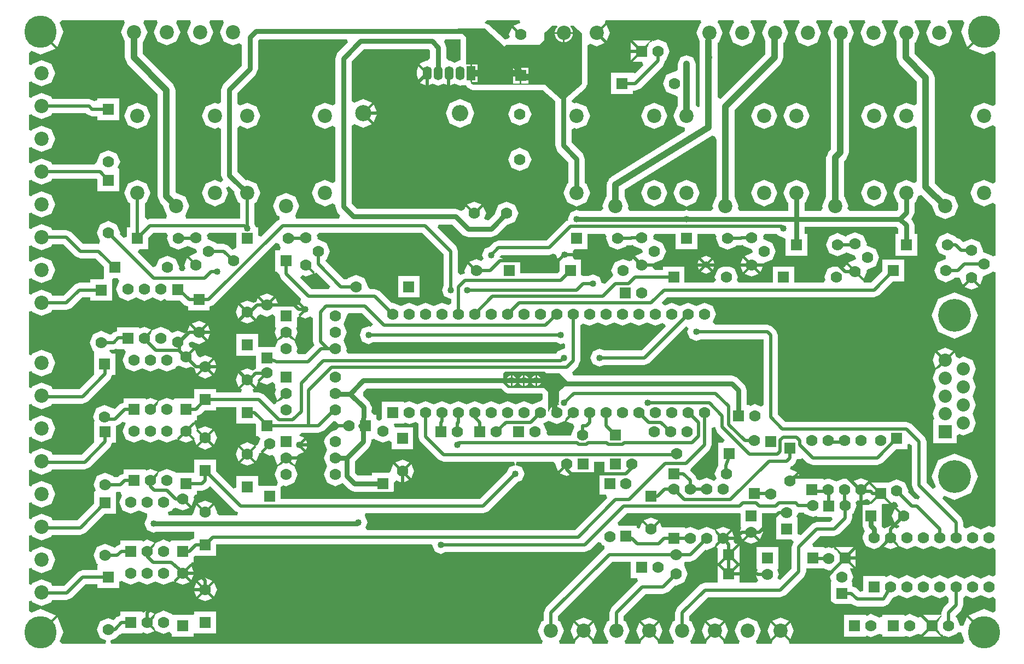
<source format=gtl>
%FSLAX24Y24*%
%MOIN*%
G70*
G01*
G75*
G04 Layer_Physical_Order=1*
G04 Layer_Color=255*
%ADD10C,0.0300*%
%ADD11C,0.0394*%
%ADD12C,0.0197*%
%ADD13C,0.0200*%
%ADD14C,0.0295*%
%ADD15O,0.0551X0.0850*%
%ADD16R,0.0551X0.0850*%
%ADD17C,0.0984*%
%ADD18O,0.1004X0.0984*%
%ADD19C,0.0700*%
%ADD20C,0.0866*%
%ADD21R,0.0700X0.0700*%
%ADD22R,0.0700X0.0700*%
%ADD23C,0.1969*%
%ADD24C,0.2000*%
%ADD25C,0.0800*%
%ADD26R,0.0800X0.0800*%
%ADD27C,0.0400*%
G36*
X131398Y85754D02*
X131445Y85640D01*
X131617Y85569D01*
Y85369D01*
X131577Y85352D01*
X128034Y81809D01*
X127904Y81496D01*
Y81015D01*
X127778Y80962D01*
X127542Y80394D01*
X127778Y79825D01*
X127854Y79793D01*
X127815Y79597D01*
X101540D01*
X101506Y79768D01*
D01*
X101501Y79793D01*
X101883Y79952D01*
X101927Y80059D01*
X101936Y80062D01*
X102002Y80126D01*
X102045Y80144D01*
X102048Y80151D01*
X102099Y80175D01*
X102163Y80246D01*
X103416D01*
Y80246D01*
X103496Y80299D01*
X103756Y80191D01*
X104186Y80369D01*
X103703Y80853D01*
X103756Y80906D01*
X103703Y80958D01*
X104186Y81442D01*
X103756Y81620D01*
X103496Y81512D01*
X103416Y81566D01*
Y81566D01*
X102096D01*
Y81324D01*
X102000Y81279D01*
X101853Y81218D01*
X101848Y81208D01*
X101838Y81203D01*
X101691Y81041D01*
X101378Y81171D01*
X100873Y80962D01*
X100664Y80457D01*
X100873Y79952D01*
X101255Y79793D01*
X101216Y79597D01*
X98528D01*
X98417Y79764D01*
X98645Y80315D01*
X98266Y81231D01*
X97297Y80262D01*
X97191Y80368D01*
X98160Y81337D01*
X97244Y81716D01*
X96693Y81487D01*
X96526Y81599D01*
Y82185D01*
X96723Y82224D01*
X96754Y82148D01*
X97323Y81912D01*
X97892Y82148D01*
X97937Y82258D01*
X98842D01*
X99154Y82387D01*
X99154Y82387D01*
X99154Y82387D01*
X99986Y83219D01*
X100718D01*
Y83001D01*
X102038D01*
Y83402D01*
X102234Y83441D01*
X102251Y83400D01*
X102756Y83191D01*
X103256Y83398D01*
X103756Y83191D01*
X104256Y83398D01*
X104756Y83191D01*
X105261Y83400D01*
X105264Y83408D01*
X105400D01*
X105369Y83483D01*
X105852Y83966D01*
X106336Y84450D01*
X106411Y84419D01*
X106442Y84576D01*
X106566D01*
Y84904D01*
X106612Y84924D01*
X106658Y84970D01*
X107943D01*
Y85660D01*
X121081D01*
X121102Y85630D01*
X121102Y85630D01*
X121102D01*
X121263Y85240D01*
X121654Y85078D01*
X121919Y85188D01*
X130413D01*
X130726Y85317D01*
X130726D01*
D01*
X131202Y85793D01*
X131398Y85754D01*
D02*
G37*
G36*
X129238Y103294D02*
X128967Y103022D01*
X128868D01*
Y102926D01*
X128868Y102926D01*
Y102327D01*
X128754Y102214D01*
X126460D01*
Y103010D01*
X125588D01*
X125240Y103154D01*
X125223Y103195D01*
X125335Y103306D01*
X128250D01*
X128250Y103306D01*
X128461Y103393D01*
X128645Y103317D01*
X128764Y103031D01*
X129132Y103400D01*
X129238Y103294D01*
D02*
G37*
G36*
X105002Y104492D02*
X104935Y104331D01*
X105144Y103826D01*
X105650Y103616D01*
X106155Y103826D01*
X106155Y103826D01*
X106215Y103873D01*
D01*
D01*
X106215D01*
X106720Y103664D01*
X106720Y103664D01*
Y103664D01*
D01*
X106766Y103543D01*
X106766Y103543D01*
X106766D01*
X106789Y103488D01*
X106720Y103419D01*
X106720Y103419D01*
X106720Y103419D01*
X106290Y103241D01*
X106774Y102758D01*
X106668Y102652D01*
X106184Y103135D01*
X106006Y102705D01*
X106087Y102508D01*
X105979Y102345D01*
X105779D01*
X105670Y102508D01*
X105691Y102559D01*
X105482Y103064D01*
X104976Y103273D01*
X104471Y103064D01*
X104287Y102620D01*
X104091Y102581D01*
X103187Y103486D01*
X103263Y103671D01*
X103810D01*
Y104366D01*
X104102Y104658D01*
X104891D01*
X105002Y104492D01*
D02*
G37*
G36*
X143786Y87542D02*
X144291Y87333D01*
X144491Y87415D01*
X144616Y87332D01*
Y87332D01*
X145446D01*
X145497Y87208D01*
X145386Y87042D01*
X144550D01*
X144237Y86913D01*
X143561Y86236D01*
X143377Y86313D01*
Y87274D01*
X143377D01*
X143323Y87354D01*
X143427Y87605D01*
X143760D01*
X143786Y87542D01*
D02*
G37*
G36*
X113950Y102275D02*
X113919Y102200D01*
X114074Y102230D01*
X114890Y101414D01*
X114813Y101229D01*
X113766D01*
X113079Y101917D01*
X113190Y102083D01*
X113413Y101990D01*
X113844Y102169D01*
X113360Y102652D01*
X113466Y102758D01*
X113950Y102275D01*
D02*
G37*
G36*
X142110Y87354D02*
X142057Y87274D01*
X142057D01*
Y85954D01*
X143016D01*
X143127Y85788D01*
X143008Y85500D01*
Y84184D01*
X142318Y83494D01*
X142152Y83605D01*
X142250Y83843D01*
X142142Y84103D01*
X142195Y84183D01*
X142195D01*
Y85503D01*
X140875D01*
Y84183D01*
X140875D01*
X140929Y84103D01*
X140821Y83843D01*
X140970Y83482D01*
X140859Y83316D01*
X139833D01*
Y84379D01*
X139800D01*
X139226Y83805D01*
X139173Y83858D01*
X139120Y83805D01*
X138546Y84379D01*
X138513D01*
Y83316D01*
X137724D01*
X137412Y83187D01*
X136034Y81809D01*
X135904Y81496D01*
Y81015D01*
X135778Y80962D01*
X135542Y80394D01*
X135778Y79825D01*
X135854Y79793D01*
X135815Y79597D01*
X134878D01*
X134839Y79793D01*
X134840Y79794D01*
X134346Y80288D01*
X133853Y79794D01*
X133854Y79793D01*
X133815Y79597D01*
X132878D01*
X132839Y79793D01*
X132915Y79825D01*
X133151Y80394D01*
X132915Y80962D01*
X132789Y81015D01*
Y81313D01*
X134104Y82629D01*
X135181D01*
X135494Y82758D01*
X135905Y83170D01*
X135969Y83144D01*
X136474Y83353D01*
X136683Y83858D01*
X136474Y84363D01*
D01*
X136474Y84363D01*
Y84534D01*
X136474D01*
X136500Y84597D01*
X136843D01*
X137155Y84727D01*
X137764Y85335D01*
X137827Y85309D01*
X138327Y85516D01*
X138327Y85516D01*
X138332Y85518D01*
X138414Y85717D01*
X138721Y86024D01*
X138414Y86330D01*
X138332Y86529D01*
X138327Y86531D01*
X138327Y86531D01*
X137827Y86738D01*
X137327Y86531D01*
X136827Y86738D01*
X136567Y86630D01*
X136487Y86684D01*
Y86684D01*
X135167D01*
Y86684D01*
X135121D01*
X134985Y87013D01*
X134502Y86530D01*
X134449Y86583D01*
X134396Y86530D01*
X133913Y87013D01*
X133756Y86635D01*
X133560Y86674D01*
Y86810D01*
X132480D01*
X132403Y86995D01*
X132959Y87550D01*
X139843D01*
X139891Y87518D01*
Y86742D01*
X139891D01*
X139945Y86662D01*
X139837Y86402D01*
X140015Y85971D01*
X140498Y86455D01*
X140551Y86402D01*
X140604Y86455D01*
X141087Y85971D01*
X141266Y86402D01*
X141158Y86662D01*
X141211Y86742D01*
X141211D01*
Y87558D01*
X142025D01*
X142110Y87354D01*
D02*
G37*
G36*
X138349Y110523D02*
X138428Y110332D01*
Y106876D01*
X138408Y106868D01*
X138172Y106299D01*
X138224Y106173D01*
X138113Y106007D01*
X136751D01*
X136614Y106064D01*
X136477Y106007D01*
X133147D01*
X133036Y106173D01*
X133088Y106299D01*
X132852Y106868D01*
X132832Y106876D01*
Y107293D01*
X138158Y110584D01*
X138349Y110523D01*
D02*
G37*
G36*
X145276Y84073D02*
X145320Y84092D01*
X145462Y83950D01*
D01*
D01*
X145349Y83677D01*
X145456Y83417D01*
X145403Y83337D01*
X145403D01*
Y82017D01*
X146688D01*
X146695Y82010D01*
X146695Y82010D01*
X147008Y81881D01*
X148598D01*
X148653Y81904D01*
X148712Y81896D01*
X148804Y81966D01*
X148911Y82010D01*
X148934Y82065D01*
X148981Y82101D01*
X149159Y82409D01*
X149531Y82564D01*
X150031Y82356D01*
X150532Y82564D01*
X151032Y82356D01*
X151531Y82564D01*
X152031Y82356D01*
X152423Y82519D01*
X152589Y82408D01*
Y82136D01*
X152262Y81809D01*
X152133Y81496D01*
Y81369D01*
X152133D01*
Y81240D01*
X152070Y81214D01*
X151987Y81015D01*
X151681Y80709D01*
X151987Y80402D01*
X152070Y80204D01*
X152235Y80135D01*
Y80049D01*
X152315Y80102D01*
X152575Y79994D01*
X153080Y80204D01*
X153125Y80312D01*
X153325D01*
X153552Y79764D01*
X153441Y79597D01*
X142878D01*
X142839Y79793D01*
X142840Y79794D01*
X142346Y80288D01*
X141853Y79794D01*
X141854Y79793D01*
X141815Y79597D01*
X140878D01*
X140839Y79793D01*
X140915Y79825D01*
X141151Y80394D01*
X140915Y80962D01*
X140346Y81198D01*
X139778Y80962D01*
X139542Y80394D01*
X139778Y79825D01*
X139854Y79793D01*
X139815Y79597D01*
X138878D01*
X138839Y79793D01*
X138840Y79794D01*
X138346Y80288D01*
X137853Y79794D01*
X137854Y79793D01*
X137815Y79597D01*
X136878D01*
X136839Y79793D01*
X136915Y79825D01*
X137151Y80394D01*
X136915Y80962D01*
X136789Y81015D01*
Y81313D01*
X137908Y82432D01*
X142323D01*
X142635Y82561D01*
X143763Y83689D01*
X143892Y84001D01*
Y84183D01*
X144951D01*
Y84183D01*
X144974Y84198D01*
X145276Y84073D01*
D02*
G37*
G36*
X155031Y82356D02*
X155276Y82458D01*
X155442Y82347D01*
Y81599D01*
X155276Y81487D01*
X154724Y81716D01*
X153809Y81337D01*
X154778Y80368D01*
X154671Y80262D01*
X153703Y81231D01*
X153488Y80712D01*
X153288D01*
X153080Y81214D01*
X153017Y81240D01*
Y81313D01*
X153344Y81640D01*
X153474Y81953D01*
Y82408D01*
X153640Y82519D01*
X154031Y82356D01*
X154531Y82564D01*
X155031Y82356D01*
D02*
G37*
G36*
X131753Y104442D02*
X131707Y104331D01*
X131916Y103826D01*
X132421Y103616D01*
X132926Y103826D01*
X132953Y103889D01*
X133220D01*
X133335Y103936D01*
X133355D01*
X133381Y103873D01*
X133886Y103664D01*
X133886Y103664D01*
Y103664D01*
D01*
X133931Y103543D01*
X133931Y103543D01*
X133931D01*
X133954Y103488D01*
X133886Y103419D01*
X133886Y103419D01*
X133886Y103419D01*
X133456Y103241D01*
X133939Y102758D01*
X133833Y102652D01*
X133350Y103135D01*
X133293Y102998D01*
X133108Y102921D01*
X132732Y103077D01*
X132227Y102867D01*
X132018Y102362D01*
X132125Y102104D01*
D01*
D01*
X132095Y102031D01*
X132048Y101919D01*
X131971Y101887D01*
X131644Y101560D01*
X131447Y101599D01*
X131296Y101965D01*
X130906Y102127D01*
X130640Y102017D01*
X130315D01*
X130188Y102102D01*
Y103022D01*
X129783D01*
X129672Y103188D01*
X129737Y103346D01*
X129672Y103504D01*
X129783Y103671D01*
X130581D01*
Y104608D01*
X131642D01*
X131753Y104442D01*
D02*
G37*
G36*
X99357Y103231D02*
X99357Y103231D01*
X99357D01*
X99357Y103231D01*
X99357Y103231D01*
X99669Y103101D01*
X100604D01*
X101112Y102594D01*
Y101899D01*
D01*
Y101899D01*
X101054Y101841D01*
X100285D01*
Y101623D01*
X99606D01*
X99294Y101494D01*
X98636Y100836D01*
X97944D01*
X97892Y100962D01*
X97323Y101198D01*
X96754Y100962D01*
X96723Y100886D01*
X96526Y100925D01*
Y101862D01*
X96723Y101901D01*
X96754Y101825D01*
X97323Y101589D01*
X97892Y101825D01*
X98127Y102394D01*
X97892Y102962D01*
X97323Y103198D01*
X96754Y102962D01*
X96723Y102886D01*
X96526Y102925D01*
Y103862D01*
X96723Y103901D01*
X96754Y103825D01*
X97323Y103589D01*
X97892Y103825D01*
X97944Y103952D01*
X98636D01*
X99357Y103231D01*
D02*
G37*
G36*
X109183Y103772D02*
X109016Y103660D01*
X109000Y103667D01*
X108937Y103641D01*
X108722Y103856D01*
X108409Y103985D01*
X108012D01*
X107985Y104048D01*
X107480Y104258D01*
X107480Y104258D01*
Y104258D01*
X107480D01*
D01*
X107413Y104325D01*
X107435Y104378D01*
X107388Y104492D01*
X107499Y104658D01*
X109183D01*
Y103772D01*
D02*
G37*
G36*
X121802Y103360D02*
Y101447D01*
X121692Y101181D01*
X121854Y100791D01*
X122244Y100629D01*
X122244Y100629D01*
X122244Y100629D01*
X122259Y100619D01*
Y100364D01*
X122092Y100253D01*
X121701Y100415D01*
X121201Y100208D01*
X120701Y100415D01*
X120201Y100208D01*
X119701Y100415D01*
X119201Y100208D01*
X118701Y100415D01*
X118638Y100389D01*
X117927Y101100D01*
X117614Y101229D01*
X117294D01*
X117195Y101378D01*
X117195Y101378D01*
X117195D01*
X116985Y101883D01*
X116480Y102092D01*
X115975Y101883D01*
X115949Y101820D01*
X115734D01*
X114615Y102939D01*
Y103012D01*
X114678Y103038D01*
X114888Y103543D01*
X114678Y104048D01*
X114173Y104258D01*
X114173Y104258D01*
Y104258D01*
X114173D01*
D01*
D01*
X114106Y104325D01*
X114128Y104378D01*
X114081Y104492D01*
X114192Y104658D01*
X120504D01*
X121802Y103360D01*
D02*
G37*
G36*
X109183Y93041D02*
X110310D01*
X110364Y92988D01*
Y92253D01*
X110519D01*
X110630Y92087D01*
X110506Y91787D01*
X110521Y91750D01*
X110348Y91678D01*
X110379Y91603D01*
X109949Y91173D01*
X110379Y90743D01*
X110557Y91173D01*
X110542Y91210D01*
X110715Y91282D01*
X110684Y91357D01*
X111168Y91840D01*
X111274Y91734D01*
X110790Y91251D01*
X111220Y91073D01*
X111377Y91138D01*
X111518Y90996D01*
X111490Y90929D01*
X111669Y90499D01*
X112152Y90982D01*
X112205Y90929D01*
X112258Y90982D01*
X112741Y90499D01*
X112919Y90929D01*
X112867Y91055D01*
X112992Y91180D01*
X112992Y91180D01*
X112992Y91180D01*
X113307Y91311D01*
X112939Y91679D01*
X112992Y91732D01*
X112939Y91785D01*
X113307Y92154D01*
X112992Y92284D01*
D01*
D01*
D01*
Y92330D01*
X113134Y92471D01*
X114181D01*
X114494Y92601D01*
X115092Y93199D01*
X115205Y93152D01*
X115247Y93169D01*
X115389Y93028D01*
X115336Y92900D01*
X115391Y92766D01*
X115250Y92625D01*
X115205Y92644D01*
X114700Y92434D01*
X114490Y91929D01*
X114697Y91429D01*
X114490Y90929D01*
X114697Y90429D01*
X114490Y89929D01*
X114700Y89424D01*
X115205Y89215D01*
X115646Y89398D01*
X116026Y89018D01*
X116125Y88977D01*
X116129Y88975D01*
X116378Y88872D01*
X117450D01*
Y88710D01*
X118770D01*
Y89447D01*
X118937Y89559D01*
X119291Y89412D01*
X119721Y89590D01*
X119238Y90073D01*
X119238Y90073D01*
X118755Y90556D01*
X118577Y90126D01*
X118577Y90126D01*
X118577Y90126D01*
X118513Y90030D01*
X117450D01*
Y89868D01*
X116584D01*
X116403Y90049D01*
Y90723D01*
X117252Y91572D01*
X117295Y91675D01*
D01*
X117398Y91924D01*
Y92057D01*
X117594Y92096D01*
X117605Y92070D01*
X118110Y91860D01*
X118465Y92007D01*
X118631Y91896D01*
Y91466D01*
X119951D01*
Y92786D01*
X118853D01*
X118759Y92962D01*
X118812Y93041D01*
X119361D01*
Y93041D01*
X119441Y93094D01*
X119701Y92986D01*
X120092Y93149D01*
X120259Y93038D01*
Y92249D01*
X120259Y92249D01*
X120259D01*
X120388Y91937D01*
X121496Y90829D01*
X121808Y90700D01*
X126120D01*
X126159Y90504D01*
X125791Y90351D01*
X125681Y90086D01*
X124029Y88434D01*
X111880D01*
Y89169D01*
X112047Y89280D01*
X112205Y89215D01*
X112710Y89424D01*
X112919Y89929D01*
X112712Y90429D01*
X112712Y90429D01*
X112710Y90434D01*
X112511Y90517D01*
X112205Y90823D01*
X111898Y90517D01*
X111700Y90434D01*
X111697Y90429D01*
X111697Y90429D01*
X111490Y89929D01*
X111700Y89424D01*
Y89424D01*
Y89424D01*
X111624Y89243D01*
X110560D01*
D01*
X110560D01*
X110503Y89301D01*
Y89833D01*
X109183D01*
Y89145D01*
X108998Y89068D01*
X107943Y90123D01*
Y90817D01*
X106623D01*
Y90030D01*
X105475D01*
X105458Y90072D01*
X104953Y90281D01*
X104453Y90074D01*
X104453Y90074D01*
X104448Y90072D01*
X104365Y89873D01*
X104006Y89514D01*
X103900Y89620D01*
X104383Y90103D01*
X103953Y90281D01*
X103693Y90174D01*
X103613Y90227D01*
Y90227D01*
X102293D01*
Y89980D01*
X102050Y89880D01*
X101927Y89757D01*
X101712D01*
X101686Y89820D01*
X101181Y90029D01*
X100676Y89820D01*
X100467Y89315D01*
X100607Y88977D01*
X100521Y88849D01*
X100521D01*
Y88154D01*
X99486Y87119D01*
X97960D01*
X97892Y87285D01*
X97323Y87521D01*
X96754Y87285D01*
X96723Y87209D01*
X96526Y87248D01*
Y88185D01*
X96723Y88224D01*
X96754Y88148D01*
X97323Y87912D01*
X97892Y88148D01*
X98127Y88717D01*
X97892Y89285D01*
X97323Y89521D01*
X96754Y89285D01*
X96723Y89209D01*
X96526Y89248D01*
Y90185D01*
X96723Y90224D01*
X96754Y90148D01*
X97323Y89912D01*
X97892Y90148D01*
X97928Y90235D01*
X99929D01*
X100242Y90365D01*
X100242Y90365D01*
X100242Y90365D01*
X101494Y91617D01*
X101594Y91860D01*
X101841D01*
Y92891D01*
X101933Y92932D01*
X102084Y92994D01*
X102221Y93131D01*
X102420Y93112D01*
X102447Y93071D01*
X102238Y92567D01*
X102448Y92062D01*
X102953Y91853D01*
X103453Y92060D01*
X103953Y91853D01*
X104453Y92060D01*
X104953Y91853D01*
X105458Y92062D01*
X105461Y92070D01*
X105597D01*
X105566Y92145D01*
X106049Y92628D01*
X106533Y93111D01*
X106608Y93080D01*
X106639Y93238D01*
X106762D01*
Y93484D01*
X107006Y93585D01*
X107006D01*
X107068Y93648D01*
X107249Y93828D01*
X107943D01*
Y94046D01*
X109183D01*
Y93041D01*
D02*
G37*
G36*
X150345Y91695D02*
Y89252D01*
X150475Y88939D01*
X150848Y88566D01*
X150737Y88400D01*
X150654Y88434D01*
X150522D01*
X150098Y88858D01*
X150124Y88921D01*
X149915Y89426D01*
X149409Y89636D01*
X148936Y89440D01*
X147871D01*
X148478Y88833D01*
X149085Y88226D01*
Y88161D01*
X149251Y88272D01*
X149409Y88207D01*
D01*
X149498Y87992D01*
X149503Y88014D01*
X149495Y87975D01*
X149404Y87938D01*
X149888Y87455D01*
X149835Y87402D01*
X149888Y87349D01*
X149404Y86865D01*
X149573Y86795D01*
Y86741D01*
X149407Y86630D01*
X149031Y86785D01*
X148661Y86632D01*
X148495Y86743D01*
Y88062D01*
D01*
Y88062D01*
X148553Y88120D01*
X148979D01*
X148425Y88673D01*
X147871Y88120D01*
X147765D01*
Y88120D01*
X147707Y88062D01*
X147175D01*
Y86742D01*
X147366D01*
X147422Y86605D01*
X147447Y86544D01*
X147480Y86465D01*
X147385Y86235D01*
X147317Y86071D01*
X147526Y85566D01*
X148032Y85356D01*
X148532Y85564D01*
X148532Y85564D01*
X148537Y85566D01*
X148619Y85764D01*
X148979Y86124D01*
X149031Y86071D01*
X149084Y86124D01*
X149444Y85764D01*
X149526Y85566D01*
X149531Y85564D01*
X149531Y85564D01*
X150031Y85356D01*
X150532Y85564D01*
X151032Y85356D01*
X151531Y85564D01*
X152031Y85356D01*
X152531Y85564D01*
X153032Y85356D01*
X153532Y85564D01*
X154031Y85356D01*
X154531Y85564D01*
X155031Y85356D01*
X155276Y85458D01*
X155442Y85347D01*
Y83795D01*
X155276Y83684D01*
X155031Y83785D01*
X154531Y83578D01*
X154031Y83785D01*
X153532Y83578D01*
X153032Y83785D01*
X152531Y83578D01*
X152031Y83785D01*
X151531Y83578D01*
X151032Y83785D01*
X150532Y83578D01*
X150031Y83785D01*
X149531Y83578D01*
X149031Y83785D01*
X148771Y83678D01*
X148692Y83731D01*
Y83731D01*
X147372D01*
Y82846D01*
X147187Y82769D01*
X146966Y82990D01*
X146966Y82990D01*
X146723Y83090D01*
Y83337D01*
X146723D01*
X146670Y83417D01*
X146777Y83677D01*
X146568Y84182D01*
Y84182D01*
D01*
D01*
D01*
X146568D01*
X146568Y84183D01*
D01*
Y84183D01*
X146814D01*
X146207Y84789D01*
X146207Y84790D01*
X145835Y85161D01*
X145781Y85293D01*
X145649Y85347D01*
X145600Y85396D01*
Y85503D01*
X145475Y85419D01*
X145276Y85502D01*
X145076Y85419D01*
X144951Y85503D01*
Y85503D01*
X144339D01*
X144262Y85687D01*
X144733Y86158D01*
X145600D01*
X145913Y86287D01*
X145913Y86287D01*
X145913Y86287D01*
X146572Y86947D01*
X146702Y87260D01*
X146702Y87260D01*
X146702Y87260D01*
Y87260D01*
Y87516D01*
X146765Y87542D01*
X146974Y88047D01*
X146898Y88231D01*
X147039Y88373D01*
X147250Y88286D01*
X147599Y88430D01*
X147765Y88319D01*
Y88226D01*
X148319Y88780D01*
X147765Y89333D01*
Y89409D01*
X147303Y88947D01*
X147250Y89000D01*
X147197Y88947D01*
X146837Y89306D01*
X146755Y89505D01*
X146750Y89507D01*
X146750Y89507D01*
X146250Y89714D01*
X145750Y89507D01*
X145250Y89714D01*
X144990Y89607D01*
X144910Y89660D01*
Y89660D01*
X143590D01*
X143590Y89660D01*
Y89660D01*
X143577Y89657D01*
D01*
X143450Y89966D01*
X142966Y89482D01*
X142860Y89588D01*
X143344Y90072D01*
X142913Y90250D01*
X142913Y90250D01*
X142982Y90416D01*
X143029Y90435D01*
X143226Y90632D01*
X143327Y90875D01*
X143573D01*
X143573Y90875D01*
Y90875D01*
X143688Y90923D01*
X143979Y90632D01*
X144291Y90503D01*
X148228D01*
X148541Y90632D01*
X148541Y90632D01*
X148541Y90632D01*
X149375Y91466D01*
X150069D01*
Y91761D01*
X150179Y91806D01*
X150345Y91695D01*
D02*
G37*
G36*
X131623Y90010D02*
X131290D01*
Y88690D01*
X131701D01*
X131778Y88505D01*
X129817Y86544D01*
X117154D01*
X117043Y86711D01*
X117166Y87008D01*
X117005Y87398D01*
Y87398D01*
Y87398D01*
X117035Y87550D01*
X124213D01*
X124525Y87680D01*
X124525Y87680D01*
X124525Y87680D01*
X126306Y89460D01*
X126571Y89570D01*
X126733Y89961D01*
X126571Y90351D01*
X126203Y90504D01*
X126242Y90700D01*
X128501D01*
X128601Y90551D01*
X128601Y90551D01*
X128601D01*
X128779Y90121D01*
X129262Y90604D01*
X129368Y90498D01*
X128885Y90015D01*
X129315Y89837D01*
X129575Y89945D01*
X129655Y89891D01*
Y89891D01*
X130975D01*
Y90700D01*
X131623D01*
Y90010D01*
D02*
G37*
G36*
X125518Y94961D02*
X125636Y94913D01*
X125754Y94864D01*
X127795D01*
X127851Y94810D01*
Y94650D01*
Y94515D01*
X127701Y94415D01*
X127701Y94415D01*
Y94415D01*
X127201Y94208D01*
X126701Y94415D01*
X126201Y94208D01*
X125701Y94415D01*
X125201Y94208D01*
X124701Y94415D01*
X124201Y94208D01*
X123701Y94415D01*
X123201Y94208D01*
X122701Y94415D01*
X122201Y94208D01*
X121701Y94415D01*
X121201Y94208D01*
X120701Y94415D01*
X120201Y94208D01*
X119701Y94415D01*
X119441Y94307D01*
X119361Y94361D01*
Y94361D01*
X118041D01*
Y93295D01*
X117864Y93200D01*
X117710Y93303D01*
Y93560D01*
X117560D01*
X117420Y93703D01*
X117427Y94004D01*
X117425Y94010D01*
X117427Y94016D01*
X117356Y94187D01*
X117289Y94360D01*
X117284Y94362D01*
X117281Y94368D01*
X116902Y94747D01*
Y94947D01*
X117106Y95152D01*
X125325D01*
X125518Y94961D01*
D02*
G37*
G36*
X128085Y96100D02*
X128850D01*
X129400Y95550D01*
X129250Y95400D01*
X128845D01*
Y94426D01*
X128824Y94374D01*
X128813Y94291D01*
X128824Y94208D01*
X128827Y94200D01*
X128797Y94160D01*
X128751Y94166D01*
Y93701D01*
X128651D01*
Y94166D01*
X128579Y94157D01*
X128465Y94110D01*
X128367Y94035D01*
X128292Y93937D01*
X128245Y93823D01*
X128236Y93760D01*
X128186Y93763D01*
Y94650D01*
Y94950D01*
X127933Y95200D01*
X125754D01*
X125450Y95500D01*
Y96100D01*
X125551Y96200D01*
X127984D01*
X128085Y96100D01*
D02*
G37*
G36*
X129754Y93648D02*
X129271Y93165D01*
X129701Y92986D01*
X129701Y92986D01*
X129701Y92986D01*
X129716Y92979D01*
X129778Y92828D01*
X129569Y92323D01*
X129569Y92323D01*
X129569Y92323D01*
X129549Y92292D01*
X128178D01*
X128067Y92458D01*
X128092Y92520D01*
X127883Y93025D01*
Y93025D01*
X128201Y93194D01*
X128701Y92986D01*
X129201Y93194D01*
X129201Y93194D01*
X129206Y93196D01*
X129288Y93394D01*
X129648Y93754D01*
X129754Y93648D01*
D02*
G37*
G36*
X134701Y98986D02*
X135134Y99166D01*
X135311Y99072D01*
X135333Y98959D01*
X133864Y97489D01*
X131565D01*
X131299Y97599D01*
X130909Y97438D01*
X130747Y97047D01*
X130909Y96657D01*
X131299Y96495D01*
X131565Y96605D01*
X134047D01*
X134360Y96735D01*
X136577Y98952D01*
X136743Y98841D01*
X136653Y98622D01*
X136814Y98232D01*
X137205Y98070D01*
X137470Y98180D01*
X141290D01*
Y94180D01*
X141124Y94069D01*
X140764Y94218D01*
X140504Y94111D01*
X140424Y94164D01*
Y94164D01*
X140301D01*
X140262Y94190D01*
Y95079D01*
X140159Y95328D01*
X140116Y95431D01*
X139722Y95825D01*
X139370Y95970D01*
X129707D01*
X129631Y96155D01*
X130013Y96538D01*
X130089Y96721D01*
X130143Y96850D01*
Y99038D01*
X130309Y99149D01*
X130701Y98986D01*
X131201Y99194D01*
X131701Y98986D01*
X132201Y99194D01*
X132701Y98986D01*
X133201Y99194D01*
X133701Y98986D01*
X134201Y99194D01*
X134701Y98986D01*
D02*
G37*
G36*
X109136Y87680D02*
X109272Y87623D01*
X109233Y87427D01*
X108094D01*
X107983Y87593D01*
X107998Y87630D01*
X107820Y88060D01*
X107336Y87577D01*
X107283Y87630D01*
X107231Y87577D01*
X106747Y88060D01*
X106569Y87630D01*
X106584Y87593D01*
X106473Y87427D01*
X105040D01*
X105001Y87623D01*
X105261Y87731D01*
X105300Y87824D01*
X105484Y87901D01*
X105906Y87727D01*
X106336Y87905D01*
X105852Y88388D01*
X105958Y88494D01*
X106442Y88011D01*
X106620Y88441D01*
X106577Y88544D01*
X106688Y88710D01*
X106762D01*
Y88928D01*
X107087D01*
X107216Y88982D01*
X107399Y89057D01*
X107579Y89237D01*
X109136Y87680D01*
D02*
G37*
G36*
X111761Y104011D02*
X111837Y103826D01*
X111878Y103809D01*
X111839Y103613D01*
X111545D01*
Y102293D01*
X111635D01*
X111763Y102165D01*
X111763Y102165D01*
D01*
X111892Y101853D01*
X113122Y100623D01*
X113083Y100427D01*
X113070Y100421D01*
X113439Y100053D01*
X113386Y100000D01*
X113439Y99947D01*
X113070Y99579D01*
X113386Y99448D01*
X113683Y99571D01*
X113849Y99460D01*
Y98039D01*
X113917Y97876D01*
X113936Y97829D01*
X113360Y97253D01*
X112953D01*
X112842Y97419D01*
X112919Y97606D01*
X112712Y98106D01*
X112712Y98106D01*
X112710Y98111D01*
X112511Y98194D01*
X112205Y98500D01*
X111898Y98194D01*
X111700Y98111D01*
X111697Y98106D01*
X111697Y98106D01*
X111532Y97707D01*
X110503D01*
Y98495D01*
X109183D01*
Y97175D01*
X110364D01*
Y96387D01*
X110364Y96387D01*
X110364Y96387D01*
D01*
X110351Y96357D01*
X110167Y96281D01*
X109843Y96415D01*
X109412Y96237D01*
X109895Y95754D01*
X110379Y95271D01*
X110520Y95612D01*
X110518Y95613D01*
X110487Y95688D01*
X110971Y96171D01*
X111077Y96065D01*
X110593Y95582D01*
X111024Y95404D01*
X111378Y95551D01*
X111545Y95440D01*
Y95206D01*
X111545D01*
X111598Y95126D01*
X111490Y94866D01*
X111669Y94436D01*
X112152Y94919D01*
X112258Y94813D01*
X111898Y94454D01*
X111700Y94371D01*
X111697Y94366D01*
X111678Y94414D01*
X111584Y94237D01*
X111453Y94211D01*
X110864Y94801D01*
X110551Y94930D01*
X110220D01*
X110181Y95126D01*
X110273Y95165D01*
X109843Y95595D01*
X109412Y95165D01*
X109504Y95126D01*
X109465Y94930D01*
X107943D01*
Y95148D01*
X106623D01*
Y94558D01*
X105442D01*
Y94558D01*
X105305Y94466D01*
X104953Y94612D01*
X104453Y94405D01*
X104453Y94405D01*
X104448Y94403D01*
X104365Y94204D01*
X104006Y93845D01*
X103900Y93951D01*
X104383Y94434D01*
X103953Y94612D01*
X103693Y94504D01*
X103613Y94558D01*
Y94558D01*
X102293D01*
Y94311D01*
X102050Y94210D01*
X101767Y93928D01*
X101655Y93950D01*
X101655Y93950D01*
X101655Y93950D01*
X101150Y94160D01*
X100645Y93950D01*
X100436Y93445D01*
X100536Y93202D01*
X100521Y93180D01*
X100521D01*
Y91894D01*
X99746Y91119D01*
X97960D01*
X97892Y91285D01*
X97323Y91521D01*
X96754Y91285D01*
X96723Y91209D01*
X96526Y91248D01*
Y92185D01*
X96723Y92224D01*
X96754Y92148D01*
X97323Y91912D01*
X97892Y92148D01*
X98127Y92717D01*
X97892Y93285D01*
X97323Y93521D01*
X96754Y93285D01*
X96723Y93209D01*
X96526Y93248D01*
Y94185D01*
X96723Y94224D01*
X96754Y94148D01*
X97323Y93912D01*
X97892Y94148D01*
X97928Y94235D01*
X99795D01*
X100108Y94365D01*
X100108Y94365D01*
X100108Y94365D01*
X101494Y95750D01*
X101593Y95990D01*
X101810D01*
Y97310D01*
X101563D01*
X101452Y97476D01*
X101476Y97534D01*
X101693D01*
X101852Y97600D01*
X101899Y97568D01*
Y97568D01*
X102336D01*
X102447Y97402D01*
X102238Y96898D01*
X102448Y96392D01*
X102953Y96183D01*
X103453Y96390D01*
X103953Y96183D01*
X104453Y96390D01*
X104953Y96183D01*
X105458Y96392D01*
X105497Y96486D01*
X105681Y96562D01*
X106102Y96388D01*
X106406Y96514D01*
X106590Y96437D01*
X106747Y96058D01*
X107230Y96541D01*
X107714Y97024D01*
X107283Y97203D01*
X106980Y97077D01*
X106796Y97154D01*
X106639Y97533D01*
X106155Y97049D01*
X106049Y97155D01*
X106532Y97639D01*
X106351Y97714D01*
X106274Y97899D01*
X106302Y97966D01*
X106487Y98043D01*
X106890Y97876D01*
X107320Y98054D01*
X106837Y98537D01*
X106837Y98538D01*
X106354Y99021D01*
X106175Y98591D01*
X106175Y98591D01*
X106175D01*
X106031Y98531D01*
X106105Y98500D01*
X106136Y98425D01*
X105653Y97942D01*
X105547Y98048D01*
X106030Y98531D01*
X105600Y98710D01*
X105282Y98578D01*
X105097Y98654D01*
X105064Y98733D01*
X104559Y98943D01*
X104059Y98736D01*
X104059Y98736D01*
X104054Y98734D01*
X103972Y98535D01*
X103612Y98175D01*
X103506Y98281D01*
X103989Y98765D01*
X103559Y98943D01*
X103299Y98835D01*
X103219Y98888D01*
Y98888D01*
X101899D01*
Y98665D01*
X101656Y98565D01*
X101571Y98480D01*
X101450Y98482D01*
Y98482D01*
X101450Y98482D01*
D01*
D01*
D01*
X100945Y98691D01*
X100440Y98482D01*
X100231Y97976D01*
X100440Y97471D01*
X100516Y97440D01*
X100490Y97310D01*
X100490D01*
X100490Y97310D01*
Y95997D01*
X99612Y95119D01*
X97960D01*
X97892Y95285D01*
X97323Y95521D01*
X96754Y95285D01*
X96723Y95209D01*
X96526Y95248D01*
Y96185D01*
X96723Y96224D01*
X96754Y96148D01*
X97323Y95912D01*
X97892Y96148D01*
X98127Y96717D01*
X97892Y97285D01*
X97323Y97521D01*
X96754Y97285D01*
X96723Y97209D01*
X96526Y97248D01*
Y99862D01*
X96723Y99901D01*
X96754Y99825D01*
X97323Y99589D01*
X97892Y99825D01*
X97944Y99952D01*
X98819D01*
X99131Y100081D01*
X99789Y100739D01*
X100285D01*
Y100521D01*
X101605D01*
Y101841D01*
D01*
Y101841D01*
X101663Y101899D01*
X101943D01*
X102054Y101733D01*
X101845Y101228D01*
X102054Y100723D01*
X102559Y100514D01*
X103059Y100721D01*
X103559Y100514D01*
X104059Y100721D01*
X104559Y100514D01*
X104818Y100621D01*
X104940Y100540D01*
Y100540D01*
X105725D01*
X105987Y100278D01*
X106230Y100177D01*
Y99931D01*
X107550D01*
Y100177D01*
X107793Y100278D01*
X111565Y104050D01*
X111761Y104011D01*
D02*
G37*
G36*
X138467Y92508D02*
X138930Y92045D01*
X138854Y91860D01*
X138540D01*
Y90540D01*
X138540D01*
Y90471D01*
X138526Y90466D01*
X138317Y89961D01*
X138430Y89688D01*
X138289Y89547D01*
X137827Y89738D01*
X137415Y89568D01*
X137230Y89644D01*
X137139Y89864D01*
X136854Y90149D01*
X136881Y90287D01*
X138013Y91420D01*
X138143Y91732D01*
Y92778D01*
X138339Y92817D01*
X138467Y92508D01*
D02*
G37*
G36*
X102208Y88637D02*
X102042Y88236D01*
X102251Y87731D01*
X102756Y87522D01*
X103256Y87729D01*
X103753Y87523D01*
Y87341D01*
X103744Y87319D01*
X103744Y87319D01*
X103582Y86929D01*
X103744Y86539D01*
X104134Y86377D01*
X104265Y86431D01*
X106623D01*
Y86290D01*
X106623D01*
Y86043D01*
X106380Y85943D01*
X106334Y85896D01*
X105246D01*
Y85896D01*
X105108Y85805D01*
X104756Y85951D01*
X104256Y85743D01*
X104256Y85744D01*
X104251Y85741D01*
X104168Y85543D01*
X103809Y85183D01*
X103703Y85289D01*
X104186Y85772D01*
X103756Y85951D01*
X103496Y85843D01*
X103416Y85896D01*
Y85896D01*
X102096D01*
Y85650D01*
X101853Y85549D01*
X101785Y85481D01*
X101686Y85489D01*
Y85489D01*
X101686Y85489D01*
D01*
D01*
D01*
X101181Y85699D01*
X100676Y85489D01*
X100467Y84984D01*
X100676Y84479D01*
X100744Y84451D01*
X100718Y84321D01*
X100718D01*
X100718Y84321D01*
Y84103D01*
X99803D01*
X99491Y83974D01*
X98659Y83142D01*
X97951D01*
X97892Y83285D01*
X97323Y83521D01*
X96754Y83285D01*
X96723Y83209D01*
X96526Y83248D01*
Y84185D01*
X96723Y84224D01*
X96754Y84148D01*
X97323Y83912D01*
X97892Y84148D01*
X98127Y84717D01*
X97892Y85285D01*
X97323Y85521D01*
X96754Y85285D01*
X96723Y85209D01*
X96526Y85248D01*
Y86185D01*
X96723Y86224D01*
X96754Y86148D01*
X97323Y85912D01*
X97892Y86148D01*
X97928Y86235D01*
X99669D01*
X99982Y86365D01*
X99982Y86365D01*
X99982Y86365D01*
X101146Y87529D01*
X101841D01*
Y88849D01*
D01*
Y88849D01*
X101865Y88873D01*
X102110D01*
X102208Y88637D01*
D02*
G37*
G36*
X117493Y99086D02*
X117382Y98920D01*
X117244Y98977D01*
X116854Y98816D01*
X116692Y98425D01*
X116854Y98035D01*
X117244Y97873D01*
X117510Y97983D01*
X128672D01*
X128937Y97873D01*
X129092Y97938D01*
X129217Y97855D01*
X129217Y97655D01*
X129134Y97599D01*
X129134Y97599D01*
Y97599D01*
X128744Y97438D01*
X128683Y97292D01*
X115969D01*
X115858Y97458D01*
X115919Y97606D01*
X115712Y98106D01*
X115919Y98606D01*
X115712Y99106D01*
X115919Y99606D01*
X115919Y99606D01*
X115919Y99606D01*
X116018Y99755D01*
X116825D01*
X117493Y99086D01*
D02*
G37*
G36*
X145515Y117451D02*
X145439Y117419D01*
X145204Y116850D01*
X145364Y116463D01*
X145420Y116328D01*
Y109778D01*
X145281Y109640D01*
X145281Y109640D01*
X145168Y109366D01*
X145121Y109252D01*
D01*
Y109252D01*
Y106876D01*
X145101Y106868D01*
X144865Y106299D01*
X144917Y106173D01*
X144806Y106007D01*
X143802D01*
Y106488D01*
X143876Y106518D01*
X144111Y107087D01*
X143876Y107655D01*
X143307Y107891D01*
X142738Y107655D01*
X142503Y107087D01*
X142738Y106518D01*
X142812Y106488D01*
Y106007D01*
X139840D01*
X139729Y106173D01*
X139781Y106299D01*
X139545Y106868D01*
X139525Y106876D01*
Y112135D01*
X142356Y114966D01*
X142409Y115094D01*
X142517Y115354D01*
Y115354D01*
Y116257D01*
D01*
X142577Y116282D01*
X142812Y116850D01*
X142577Y117419D01*
X142500Y117451D01*
X142539Y117647D01*
X143476D01*
X143515Y117451D01*
X143439Y117419D01*
X143204Y116850D01*
X143439Y116282D01*
X144008Y116046D01*
X144577Y116282D01*
X144812Y116850D01*
X144577Y117419D01*
X144500Y117451D01*
X144539Y117647D01*
X145476D01*
X145515Y117451D01*
D02*
G37*
G36*
X141515D02*
X141439Y117419D01*
X141204Y116850D01*
X141364Y116463D01*
X141420Y116328D01*
Y115582D01*
X138686Y112848D01*
X138501Y112924D01*
Y115316D01*
X138517Y115354D01*
Y115378D01*
X138501Y115416D01*
Y116251D01*
X138577Y116282D01*
X138812Y116850D01*
X138577Y117419D01*
X138500Y117451D01*
X138539Y117647D01*
X139476D01*
X139515Y117451D01*
X139439Y117419D01*
X139204Y116850D01*
X139439Y116282D01*
X140008Y116046D01*
X140577Y116282D01*
X140812Y116850D01*
X140577Y117419D01*
X140500Y117451D01*
X140539Y117647D01*
X141476D01*
X141515Y117451D01*
D02*
G37*
G36*
X115982Y116286D02*
X115348Y115652D01*
X115202Y115300D01*
Y112532D01*
X115036Y112421D01*
X114567Y112615D01*
X113998Y112380D01*
X113763Y111811D01*
X113998Y111242D01*
X114567Y111007D01*
X115036Y111201D01*
X115202Y111090D01*
Y107808D01*
X115036Y107697D01*
X114567Y107891D01*
X113998Y107655D01*
X113763Y107087D01*
X113998Y106518D01*
X114567Y106282D01*
X115036Y106477D01*
X115202Y106365D01*
Y106250D01*
X115348Y105898D01*
X115348Y105898D01*
X115348Y105898D01*
X115519Y105727D01*
X115442Y105542D01*
X112811D01*
X112773Y105730D01*
Y105730D01*
D01*
X113009Y106299D01*
X112773Y106868D01*
X112205Y107104D01*
X111636Y106868D01*
X111400Y106299D01*
X111636Y105730D01*
X111799Y105663D01*
Y105463D01*
X111677Y105413D01*
X110687Y104423D01*
X110503Y104499D01*
Y104991D01*
X110366D01*
X110285Y105187D01*
Y106465D01*
X110411Y106518D01*
X110647Y107087D01*
X110411Y107655D01*
X109843Y107891D01*
X109772Y107862D01*
X109248Y108385D01*
Y111073D01*
X109414Y111184D01*
X109843Y111007D01*
X110411Y111242D01*
X110647Y111811D01*
X110411Y112380D01*
X109843Y112615D01*
X109414Y112438D01*
X109248Y112549D01*
Y113194D01*
X110352Y114298D01*
X110352Y114298D01*
X110352Y114298D01*
X110498Y114650D01*
Y116394D01*
X110575Y116471D01*
X115905D01*
X115982Y116286D01*
D02*
G37*
G36*
X108400Y117458D02*
Y117458D01*
D01*
X108164Y116890D01*
X108400Y116321D01*
X108968Y116085D01*
X109336Y116238D01*
X109502Y116126D01*
Y114856D01*
X108398Y113752D01*
X108252Y113400D01*
Y112639D01*
X108086Y112528D01*
X107874Y112615D01*
X107305Y112380D01*
X107070Y111811D01*
X107305Y111242D01*
X107874Y111007D01*
X108086Y111094D01*
X108252Y110983D01*
Y108179D01*
X108375Y107884D01*
X108233Y107742D01*
X107874Y107891D01*
X107305Y107655D01*
X107070Y107087D01*
X107305Y106518D01*
X107874Y106282D01*
X108443Y106518D01*
X108678Y107087D01*
X108549Y107398D01*
X108715Y107510D01*
X109068Y107157D01*
X109038Y107087D01*
X109274Y106518D01*
X109400Y106465D01*
Y105542D01*
X106118D01*
X106081Y105730D01*
Y105730D01*
D01*
X106316Y106299D01*
X106081Y106868D01*
X105512Y107104D01*
X105512Y107104D01*
Y107104D01*
X105470Y107205D01*
Y113362D01*
X105309Y113750D01*
X103478Y115582D01*
Y116303D01*
X103521Y116321D01*
X103757Y116890D01*
X103521Y117458D01*
Y117458D01*
Y117458D01*
X103559Y117647D01*
X104347D01*
X104384Y117458D01*
Y117458D01*
D01*
X104148Y116890D01*
X104384Y116321D01*
X104953Y116085D01*
X105521Y116321D01*
X105757Y116890D01*
X105521Y117458D01*
Y117458D01*
Y117458D01*
X105559Y117647D01*
X106362D01*
X106400Y117458D01*
Y117458D01*
D01*
X106164Y116890D01*
X106400Y116321D01*
X106968Y116085D01*
X107537Y116321D01*
X107773Y116890D01*
X107537Y117458D01*
Y117458D01*
Y117458D01*
X107575Y117647D01*
X108362D01*
X108400Y117458D01*
D02*
G37*
G36*
X153552Y117481D02*
X153324Y116929D01*
X153703Y116014D01*
X154671Y116982D01*
X154778Y116876D01*
X153809Y115907D01*
X154724Y115528D01*
X155276Y115757D01*
X155442Y115646D01*
Y112498D01*
X155276Y112387D01*
X154724Y112615D01*
X154156Y112380D01*
X153920Y111811D01*
X154156Y111242D01*
X154724Y111007D01*
X155276Y111235D01*
X155442Y111124D01*
Y107774D01*
X155276Y107662D01*
X154724Y107891D01*
X154156Y107655D01*
X153920Y107087D01*
X154156Y106518D01*
X154724Y106282D01*
X155276Y106511D01*
X155442Y106400D01*
Y103260D01*
X155246Y103221D01*
X155230Y103261D01*
X154724Y103470D01*
X154724Y103470D01*
Y103470D01*
X154724D01*
D01*
X154657Y103538D01*
X154679Y103591D01*
X154470Y104096D01*
X153965Y104305D01*
X153464Y104098D01*
X153313Y104250D01*
X153038Y104363D01*
X153005Y104442D01*
X152500Y104651D01*
X151995Y104442D01*
X151786Y103937D01*
X151995Y103432D01*
X152394Y103267D01*
Y103067D01*
X151912Y102867D01*
X151703Y102362D01*
X151912Y101857D01*
X152417Y101648D01*
X152922Y101857D01*
X152949Y101920D01*
X153150D01*
X153150Y101920D01*
X153150Y101920D01*
X153250Y101917D01*
X153250Y101917D01*
X153250D01*
X153250Y101917D01*
X153428Y101487D01*
X153912Y101970D01*
X153965Y101917D01*
X154018Y101970D01*
X154501Y101487D01*
X154679Y101917D01*
X154656Y101973D01*
X154724Y102042D01*
X154724Y102042D01*
X154724Y102042D01*
X155230Y102251D01*
X155246Y102290D01*
X155442Y102251D01*
Y86795D01*
X155276Y86684D01*
X155031Y86785D01*
X154531Y86578D01*
X154031Y86785D01*
X153640Y86623D01*
X153474Y86734D01*
Y87008D01*
X153344Y87320D01*
X152195Y88470D01*
X152306Y88636D01*
X152944Y88372D01*
X153947Y88787D01*
X154362Y89790D01*
X153947Y90792D01*
X152944Y91208D01*
X151941Y90792D01*
X151526Y89790D01*
X151790Y89152D01*
X151649Y89057D01*
X151624Y89041D01*
X151229Y89435D01*
D01*
Y91929D01*
X151100Y92242D01*
X150329Y93013D01*
X150017Y93142D01*
X142633D01*
X142174Y93601D01*
Y98425D01*
X142045Y98738D01*
X141848Y98935D01*
X141535Y99064D01*
X138331D01*
X138220Y99230D01*
X138415Y99701D01*
X138206Y100206D01*
X137701Y100415D01*
X137201Y100208D01*
X136701Y100415D01*
X136201Y100208D01*
X135701Y100415D01*
X135300Y100249D01*
X135124Y100343D01*
X135107Y100427D01*
X135419Y100739D01*
X148032D01*
X148344Y100869D01*
X148344Y100869D01*
X148344Y100869D01*
X149178Y101702D01*
X149873D01*
Y103022D01*
X148553D01*
Y102327D01*
X147848Y101623D01*
X147419D01*
X147383Y101806D01*
X147308Y101775D01*
X146825Y102258D01*
X146342Y102741D01*
X146285Y102604D01*
X146100Y102527D01*
X145724Y102683D01*
X145219Y102474D01*
X145010Y101968D01*
X145084Y101789D01*
X144973Y101623D01*
X143180D01*
Y102628D01*
X141860D01*
Y101623D01*
X139783D01*
X139672Y101789D01*
X139746Y101968D01*
X139537Y102474D01*
X139031Y102683D01*
X138526Y102474D01*
X138317Y101968D01*
X138391Y101789D01*
X138280Y101623D01*
X136487D01*
Y102628D01*
X135167D01*
Y102411D01*
X134658D01*
X134547Y102577D01*
X134600Y102705D01*
X134577Y102760D01*
X134646Y102829D01*
X134646Y102829D01*
X134646Y102829D01*
X135151Y103038D01*
X135360Y103543D01*
X135151Y104048D01*
X134646Y104258D01*
X134646Y104258D01*
Y104258D01*
X134646D01*
D01*
X134578Y104325D01*
D01*
X134600Y104378D01*
X134574Y104442D01*
X134685Y104608D01*
X135954D01*
Y103671D01*
X137274D01*
Y104608D01*
X138335D01*
X138446Y104442D01*
X138400Y104331D01*
X138609Y103826D01*
X139114Y103616D01*
X139619Y103826D01*
X139645Y103889D01*
X139913D01*
X140027Y103936D01*
X140047D01*
X140074Y103873D01*
X140579Y103664D01*
X140579Y103664D01*
Y103664D01*
D01*
X140624Y103543D01*
X140624Y103543D01*
X140624D01*
X140647Y103488D01*
X140579Y103419D01*
X140579Y103419D01*
X140579Y103419D01*
X140149Y103241D01*
X140632Y102758D01*
X141115Y102275D01*
X141293Y102705D01*
X141270Y102760D01*
X141339Y102829D01*
X141339Y102829D01*
X141339Y102829D01*
X141844Y103038D01*
X142053Y103543D01*
X141844Y104048D01*
X141339Y104258D01*
X141339Y104258D01*
Y104258D01*
X141339D01*
D01*
X141271Y104325D01*
X141293Y104378D01*
X141267Y104442D01*
X141378Y104608D01*
X142097D01*
X142129Y104531D01*
X142520Y104369D01*
X142520Y104369D01*
X142520Y104369D01*
X142647Y104284D01*
Y103277D01*
X143967D01*
Y104597D01*
X143802D01*
Y105016D01*
X149401D01*
X149505Y104913D01*
Y104597D01*
X149340D01*
Y103277D01*
X150660D01*
Y104597D01*
X150495D01*
Y105118D01*
X150373Y105413D01*
X150350Y105468D01*
X150307Y105512D01*
X150350Y105555D01*
X150495Y105906D01*
D01*
D01*
Y105906D01*
Y105906D01*
Y106488D01*
X150569Y106518D01*
X150714Y106868D01*
X150734Y106917D01*
X150930Y106956D01*
X151420Y106465D01*
X151566Y106319D01*
X151558Y106299D01*
X151793Y105730D01*
X152362Y105495D01*
X152931Y105730D01*
X153167Y106299D01*
X152931Y106868D01*
X152362Y107104D01*
X152342Y107095D01*
X151730Y107708D01*
D01*
Y114142D01*
X151569Y114530D01*
X150517Y115582D01*
Y116257D01*
X150577Y116282D01*
X150812Y116850D01*
X150577Y117419D01*
X150500Y117451D01*
X150539Y117647D01*
X151476D01*
X151515Y117451D01*
X151439Y117419D01*
X151204Y116850D01*
X151439Y116282D01*
X152008Y116046D01*
X152577Y116282D01*
X152812Y116850D01*
X152577Y117419D01*
X152500Y117451D01*
X152539Y117647D01*
X153441D01*
X153552Y117481D01*
D02*
G37*
G36*
X149515Y117451D02*
X149439Y117419D01*
X149204Y116850D01*
X149364Y116463D01*
X149420Y116328D01*
Y115354D01*
X149420Y115354D01*
X149420D01*
X149581Y114966D01*
X150632Y113914D01*
Y112533D01*
X150466Y112422D01*
X150000Y112615D01*
X149431Y112380D01*
X149196Y111811D01*
X149431Y111242D01*
X150000Y111007D01*
X150466Y111200D01*
X150632Y111089D01*
Y107809D01*
X150466Y107698D01*
X150000Y107891D01*
X149431Y107655D01*
X149196Y107087D01*
X149431Y106518D01*
X149505Y106488D01*
Y106111D01*
X149401Y106007D01*
X146533D01*
X146421Y106173D01*
X146474Y106299D01*
X146238Y106868D01*
X146218Y106876D01*
Y109025D01*
X146356Y109163D01*
Y109163D01*
X146356D01*
X146451Y109390D01*
X146517Y109551D01*
D01*
Y109551D01*
Y116257D01*
X146577Y116282D01*
X146812Y116850D01*
X146577Y117419D01*
X146500Y117451D01*
X146539Y117647D01*
X147476D01*
X147515Y117451D01*
X147439Y117419D01*
X147204Y116850D01*
X147439Y116282D01*
X148008Y116046D01*
X148577Y116282D01*
X148812Y116850D01*
X148577Y117419D01*
X148500Y117451D01*
X148539Y117647D01*
X149476D01*
X149515Y117451D01*
D02*
G37*
G36*
X122826Y116465D02*
Y115188D01*
X122819Y115183D01*
X122819Y115183D01*
Y115183D01*
X122485Y115045D01*
X122150Y115183D01*
X122145Y115181D01*
X121979Y115292D01*
Y115969D01*
X121875Y116218D01*
X121833Y116321D01*
X121895Y116471D01*
X122820D01*
X122826Y116465D01*
D02*
G37*
G36*
X133198Y83592D02*
X133599D01*
X133638Y83396D01*
X133609Y83383D01*
X132034Y81809D01*
X131904Y81496D01*
Y81015D01*
X131778Y80962D01*
X131542Y80394D01*
X131778Y79825D01*
X131854Y79793D01*
X131815Y79597D01*
X130878D01*
X130839Y79793D01*
X130840Y79794D01*
X130346Y80288D01*
X129853Y79794D01*
X129854Y79793D01*
X129815Y79597D01*
X128878D01*
X128839Y79793D01*
X128915Y79825D01*
X129151Y80394D01*
X128915Y80962D01*
X128789Y81015D01*
Y81313D01*
X132073Y84597D01*
X133198D01*
Y83592D01*
D02*
G37*
G36*
X126467Y117451D02*
X126070Y117286D01*
X126553Y116803D01*
X126447Y116697D01*
X125964Y117180D01*
X125786Y116750D01*
X125836Y116629D01*
X125742Y116487D01*
X125543Y116463D01*
X125548Y116459D01*
X124546Y117374D01*
X124432Y117415D01*
X124320Y117462D01*
Y117505D01*
X124461Y117647D01*
X126428D01*
X126467Y117451D01*
D02*
G37*
G36*
X129764Y117248D02*
X130236Y116828D01*
Y116548D01*
Y113745D01*
X129252Y112870D01*
X128937Y112835D01*
X127992Y113675D01*
Y113700D01*
X123590D01*
X123538Y113748D01*
X123469Y113810D01*
X123487Y113857D01*
X123439D01*
Y114400D01*
Y114943D01*
X123161D01*
Y116613D01*
X122651Y117079D01*
X122669Y117126D01*
X124320D01*
X125518Y116032D01*
X125623Y116127D01*
X127637D01*
X127740Y116218D01*
X127953Y116408D01*
Y116478D01*
Y116863D01*
X128032Y116933D01*
X128425Y117283D01*
X128715D01*
X128737Y117239D01*
X128652Y117128D01*
X128597Y116994D01*
X128584Y116900D01*
X129683D01*
X129671Y116994D01*
X129615Y117128D01*
X129527Y117243D01*
X129541Y117283D01*
X129724D01*
X129764Y117248D01*
D02*
G37*
G36*
X137515Y117451D02*
X137439Y117419D01*
X137204Y116850D01*
X137407Y116359D01*
X137404Y116353D01*
Y115394D01*
X137404Y115394D01*
X137404D01*
Y112358D01*
X137317Y112341D01*
X137239Y112405D01*
X137163Y112468D01*
Y114952D01*
X137166Y114961D01*
X137005Y115351D01*
X136614Y115513D01*
X136224Y115351D01*
X136062Y114961D01*
X136066Y114952D01*
Y114598D01*
X135899Y114487D01*
X135882Y114494D01*
X135377Y114285D01*
X135168Y113780D01*
X135377Y113274D01*
X135882Y113065D01*
X135899Y113072D01*
X136066Y112961D01*
Y112388D01*
X136045Y112380D01*
X135810Y111811D01*
X136045Y111242D01*
X136495Y111056D01*
X136512Y110857D01*
X131995Y108065D01*
X131956Y108012D01*
X131896Y107986D01*
X131838Y107847D01*
X131750Y107724D01*
X131760Y107659D01*
X131735Y107598D01*
Y106876D01*
X131715Y106868D01*
X131479Y106299D01*
X131531Y106173D01*
X131420Y106007D01*
X130058D01*
X129921Y106064D01*
X129531Y105902D01*
X129369Y105512D01*
X129402Y105433D01*
D01*
D01*
X129236Y105364D01*
X128066Y104194D01*
X125151D01*
X125151Y104194D01*
X124994Y104129D01*
X124837Y104064D01*
X124837Y104064D01*
X124572Y103799D01*
X124310Y103690D01*
X124149Y103300D01*
X124239Y103083D01*
X124097Y102941D01*
X123800Y103064D01*
X123370Y102886D01*
X123853Y102403D01*
X123747Y102297D01*
X123264Y102780D01*
X123086Y102350D01*
X123086Y102350D01*
X123086Y102350D01*
X123094Y102214D01*
X122852Y102113D01*
X122686Y102225D01*
Y103543D01*
X122557Y103856D01*
X121445Y104967D01*
X121522Y105152D01*
X122344D01*
X122948Y104548D01*
X123051Y104505D01*
X123300Y104402D01*
X124700D01*
X125052Y104548D01*
X125643Y105139D01*
X125650Y105136D01*
X126155Y105345D01*
X126364Y105850D01*
X126155Y106355D01*
X125650Y106564D01*
X125145Y106355D01*
X124936Y105850D01*
X124939Y105843D01*
X124542Y105446D01*
X124343Y105466D01*
X124277Y105564D01*
X124396Y105850D01*
X124218Y106280D01*
X123734Y105797D01*
X123681Y105850D01*
X123629Y105797D01*
X123145Y106280D01*
X123065Y106087D01*
X122881Y106011D01*
X122550Y106148D01*
X116506D01*
X116198Y106456D01*
Y111193D01*
X116364Y111304D01*
X116900Y111082D01*
X117439Y111305D01*
X116847Y111897D01*
X116900Y111950D01*
X116847Y112003D01*
X117439Y112595D01*
X116900Y112818D01*
X116364Y112596D01*
X116198Y112707D01*
Y115094D01*
X116956Y115852D01*
X120894D01*
X120983Y115763D01*
Y115292D01*
X120817Y115181D01*
X120811Y115183D01*
X120363Y114998D01*
X120351Y114967D01*
X120847Y114471D01*
Y114435D01*
X120812Y114400D01*
X120847Y114365D01*
Y114329D01*
X120351Y113833D01*
X120363Y113802D01*
X120811Y113617D01*
X121146Y113755D01*
X121481Y113617D01*
X121815Y113755D01*
X122150Y113617D01*
X122485Y113755D01*
X122819Y113617D01*
X122936Y113665D01*
X123173D01*
X123189Y113649D01*
X123201Y113620D01*
X123220Y113612D01*
X123243Y113562D01*
X123312Y113500D01*
X123312Y113500D01*
X123364Y113452D01*
X123478Y113411D01*
X123590Y113364D01*
X127837D01*
X128602Y112683D01*
Y110000D01*
X128748Y109648D01*
X128748Y109648D01*
X128748Y109648D01*
X129423Y108973D01*
Y107685D01*
X129353Y107655D01*
X129117Y107087D01*
X129353Y106518D01*
X129921Y106282D01*
X130490Y106518D01*
X130726Y107087D01*
X130490Y107655D01*
X130419Y107685D01*
D01*
Y109179D01*
X130273Y109531D01*
X129598Y110206D01*
Y110961D01*
X129764Y111072D01*
X129921Y111007D01*
X130490Y111242D01*
X130726Y111811D01*
X130490Y112380D01*
X129921Y112615D01*
X129764Y112550D01*
X129598Y112661D01*
Y112728D01*
X130459Y113495D01*
X130464Y113504D01*
X130473Y113508D01*
X130519Y113618D01*
X130571Y113726D01*
X130568Y113736D01*
X130572Y113745D01*
Y116099D01*
X130738Y116210D01*
X131134Y116046D01*
X131628Y116251D01*
X131081Y116797D01*
X131134Y116850D01*
X131081Y116903D01*
X131628Y117450D01*
X131626Y117451D01*
X131665Y117647D01*
X137476D01*
X137515Y117451D01*
D02*
G37*
G36*
X102384Y117458D02*
Y117458D01*
D01*
X102148Y116890D01*
X102370Y116355D01*
X102381Y116330D01*
Y115354D01*
X102541Y114966D01*
X104373Y113135D01*
Y106890D01*
X104533Y106502D01*
X104716Y106319D01*
X104708Y106299D01*
X104943Y105730D01*
Y105730D01*
Y105730D01*
X104906Y105542D01*
X103919D01*
X103758Y105475D01*
X103592Y105587D01*
Y106465D01*
X103718Y106518D01*
X103954Y107087D01*
X103718Y107655D01*
X103150Y107891D01*
X102581Y107655D01*
X102345Y107087D01*
X102581Y106518D01*
X102708Y106465D01*
Y104991D01*
X102490D01*
Y104444D01*
X102305Y104368D01*
X102066Y104606D01*
X102092Y104669D01*
X101883Y105174D01*
X101378Y105384D01*
X100873Y105174D01*
X100664Y104669D01*
X100873Y104164D01*
X100797Y103981D01*
X100787Y103985D01*
X99852D01*
X99131Y104706D01*
X98819Y104836D01*
X97944D01*
X97892Y104962D01*
X97323Y105198D01*
X96754Y104962D01*
X96723Y104886D01*
X96526Y104925D01*
Y105862D01*
X96723Y105901D01*
X96754Y105825D01*
X97323Y105589D01*
X97892Y105825D01*
X98127Y106394D01*
X97892Y106962D01*
X97323Y107198D01*
X96754Y106962D01*
X96723Y106886D01*
X96526Y106925D01*
Y107862D01*
X96723Y107901D01*
X96754Y107825D01*
X97323Y107589D01*
X97892Y107825D01*
X97944Y107952D01*
X100675D01*
X100718Y107909D01*
Y107214D01*
X102038D01*
Y108534D01*
X102038D01*
X101952Y108662D01*
X102092Y109000D01*
X101883Y109505D01*
X101378Y109714D01*
X100873Y109505D01*
X100664Y109000D01*
X100664Y109000D01*
X100664Y109000D01*
X100554Y108836D01*
X97944D01*
X97892Y108962D01*
X97323Y109198D01*
X96754Y108962D01*
X96723Y108886D01*
X96526Y108925D01*
Y109862D01*
X96723Y109901D01*
X96754Y109825D01*
X97323Y109589D01*
X97892Y109825D01*
X98127Y110394D01*
X97892Y110962D01*
X97323Y111198D01*
X96754Y110962D01*
X96723Y110886D01*
X96526Y110925D01*
Y111862D01*
X96723Y111901D01*
X96754Y111825D01*
X97323Y111589D01*
X97892Y111825D01*
X97944Y111952D01*
X100014D01*
X100073Y111892D01*
X100386Y111763D01*
X100718D01*
Y111545D01*
X102038D01*
Y112865D01*
X100718D01*
Y112759D01*
X100533Y112683D01*
X100509Y112706D01*
X100197Y112836D01*
X97944D01*
X97892Y112962D01*
X97323Y113198D01*
X96754Y112962D01*
X96723Y112886D01*
X96526Y112925D01*
Y113862D01*
X96723Y113901D01*
X96754Y113825D01*
X97323Y113589D01*
X97892Y113825D01*
X98127Y114394D01*
X97892Y114962D01*
X97323Y115198D01*
X96754Y114962D01*
X96723Y114886D01*
X96526Y114925D01*
Y115646D01*
X96693Y115757D01*
X97244Y115528D01*
X98160Y115907D01*
X97191Y116876D01*
X97297Y116982D01*
X98266Y116014D01*
X98645Y116929D01*
X98417Y117481D01*
X98528Y117647D01*
X102347D01*
X102384Y117458D01*
D02*
G37*
%LPC*%
G36*
X119828Y90556D02*
X119397Y90126D01*
X119828Y89696D01*
X120006Y90126D01*
X119828Y90556D01*
D02*
G37*
G36*
X149298Y87832D02*
X149120Y87402D01*
X149298Y86971D01*
X149729Y87402D01*
X149298Y87832D01*
D02*
G37*
G36*
X107283Y88344D02*
X106853Y88166D01*
X107283Y87736D01*
X107714Y88166D01*
X107283Y88344D01*
D02*
G37*
G36*
X147250Y89714D02*
X146820Y89536D01*
X147250Y89106D01*
X147680Y89536D01*
X147250Y89714D01*
D02*
G37*
G36*
X107820Y92588D02*
X107390Y92157D01*
X107820Y91727D01*
X107998Y92157D01*
X107820Y92588D01*
D02*
G37*
G36*
X106639Y93005D02*
X106208Y92575D01*
X106639Y92145D01*
X106608Y92070D01*
X106606Y92069D01*
X106747Y91727D01*
X107177Y92157D01*
X106747Y92588D01*
X106778Y92663D01*
X106780Y92663D01*
X106639Y93005D01*
D02*
G37*
G36*
X107283Y92051D02*
X106853Y91621D01*
X107283Y91443D01*
X107714Y91621D01*
X107283Y92051D01*
D02*
G37*
G36*
X129747Y80887D02*
X129542Y80394D01*
X129747Y79900D01*
X130240Y80394D01*
X129747Y80887D01*
D02*
G37*
G36*
X107283Y92872D02*
X106853Y92694D01*
X107283Y92264D01*
X107714Y92694D01*
X107283Y92872D01*
D02*
G37*
G36*
X106102Y92469D02*
X105672Y92039D01*
X106102Y91860D01*
X106532Y92039D01*
X106102Y92469D01*
D02*
G37*
G36*
X113414Y92048D02*
X113098Y91732D01*
X113414Y91417D01*
X113544Y91732D01*
X113414Y92048D01*
D02*
G37*
G36*
X109843Y91067D02*
X109412Y90637D01*
X109843Y90459D01*
X110273Y90637D01*
X109843Y91067D01*
D02*
G37*
G36*
X119291Y90840D02*
X118861Y90662D01*
X119291Y90232D01*
X119721Y90662D01*
X119291Y90840D01*
D02*
G37*
G36*
X133747Y80887D02*
X133542Y80394D01*
X133747Y79900D01*
X134240Y80394D01*
X133747Y80887D01*
D02*
G37*
G36*
X109843Y91888D02*
X109412Y91709D01*
X109843Y91279D01*
X110273Y91709D01*
X109843Y91888D01*
D02*
G37*
G36*
X109306Y91603D02*
X109128Y91173D01*
X109306Y90743D01*
X109736Y91173D01*
X109306Y91603D01*
D02*
G37*
G36*
X130946Y80887D02*
X130453Y80394D01*
X130946Y79900D01*
X131151Y80394D01*
X130946Y80887D01*
D02*
G37*
G36*
X134449Y87297D02*
X134019Y87119D01*
X134449Y86689D01*
X134879Y87119D01*
X134449Y87297D01*
D02*
G37*
G36*
X106442Y84344D02*
X106012Y83913D01*
X106442Y83483D01*
X106620Y83913D01*
X106442Y84344D01*
D02*
G37*
G36*
X105906Y83807D02*
X105475Y83377D01*
X105906Y83199D01*
X106336Y83377D01*
X105906Y83807D01*
D02*
G37*
G36*
X107283Y83620D02*
X106853Y83442D01*
X107283Y83012D01*
X107714Y83442D01*
X107283Y83620D01*
D02*
G37*
G36*
X134346Y81198D02*
X133853Y80993D01*
X134346Y80500D01*
X134840Y80993D01*
X134346Y81198D01*
D02*
G37*
G36*
X138346D02*
X137853Y80993D01*
X138346Y80500D01*
X138840Y80993D01*
X138346Y81198D01*
D02*
G37*
G36*
X139173Y84933D02*
X138689Y84449D01*
X139173Y83964D01*
X139658Y84449D01*
X139173Y84933D01*
D02*
G37*
G36*
X107820Y83336D02*
X107390Y82906D01*
X107820Y82475D01*
X107998Y82906D01*
X107820Y83336D01*
D02*
G37*
G36*
X104756Y81620D02*
X104256Y81413D01*
X104256Y81413D01*
X104251Y81411D01*
X104168Y81212D01*
X103862Y80906D01*
X104168Y80599D01*
X104251Y80400D01*
X104256Y80398D01*
X104256Y80398D01*
X104756Y80191D01*
X105079Y80325D01*
X105246Y80214D01*
Y80049D01*
X106566D01*
Y80246D01*
X106566D01*
X106623D01*
X106707Y80246D01*
X106707Y80246D01*
Y80246D01*
X107943D01*
Y81566D01*
X106623D01*
Y81427D01*
X106566Y81369D01*
X106482Y81369D01*
X106482Y81369D01*
Y81369D01*
X105278D01*
X105261Y81411D01*
X104756Y81620D01*
D02*
G37*
G36*
X150213Y81423D02*
X149952Y81315D01*
X149873Y81369D01*
Y81369D01*
X148553D01*
Y81251D01*
X148356Y81212D01*
X148356Y81214D01*
X147850Y81423D01*
X147590Y81315D01*
X147510Y81369D01*
Y81369D01*
X146190D01*
Y80049D01*
X147510D01*
Y80049D01*
X147590Y80102D01*
X147850Y79994D01*
X148356Y80204D01*
X148356Y80206D01*
X148553Y80167D01*
Y80049D01*
X149873D01*
Y80049D01*
X149952Y80102D01*
X150213Y79994D01*
X150718Y80204D01*
X150719Y80206D01*
X150915Y80167D01*
Y80155D01*
X151469Y80709D01*
X150915Y81263D01*
Y81251D01*
X150719Y81212D01*
X150718Y81214D01*
X150213Y81423D01*
D02*
G37*
G36*
X152129Y81369D02*
X151021D01*
X151575Y80815D01*
X152129Y81369D01*
D02*
G37*
G36*
X106747Y83336D02*
X106569Y82906D01*
X106747Y82475D01*
X107177Y82906D01*
X106747Y83336D01*
D02*
G37*
G36*
X142346Y81198D02*
X141853Y80993D01*
X142346Y80500D01*
X142840Y80993D01*
X142346Y81198D01*
D02*
G37*
G36*
X107283Y82799D02*
X106853Y82369D01*
X107283Y82191D01*
X107714Y82369D01*
X107283Y82799D01*
D02*
G37*
G36*
X146920Y85396D02*
X146366Y84843D01*
X146920Y84289D01*
Y85396D01*
D02*
G37*
G36*
X140551Y86296D02*
X140121Y85865D01*
X140551Y85687D01*
X140981Y85865D01*
X140551Y86296D01*
D02*
G37*
G36*
X149031Y85965D02*
X148601Y85535D01*
X149031Y85356D01*
X149462Y85535D01*
X149031Y85965D01*
D02*
G37*
G36*
X138946Y80887D02*
X138453Y80394D01*
X138946Y79900D01*
X139151Y80394D01*
X138946Y80887D01*
D02*
G37*
G36*
X134946D02*
X134453Y80394D01*
X134946Y79900D01*
X135151Y80394D01*
X134946Y80887D01*
D02*
G37*
G36*
X138827Y86738D02*
X138397Y86560D01*
X138827Y86130D01*
X139257Y86560D01*
X138827Y86738D01*
D02*
G37*
G36*
X137747Y80887D02*
X137542Y80394D01*
X137747Y79900D01*
X138240Y80394D01*
X137747Y80887D01*
D02*
G37*
G36*
X146814Y85503D02*
X145706D01*
X146260Y84949D01*
X146814Y85503D01*
D02*
G37*
G36*
X151575Y80603D02*
X151021Y80049D01*
X152129D01*
X151575Y80603D01*
D02*
G37*
G36*
X130346Y81198D02*
X129853Y80993D01*
X130346Y80500D01*
X130840Y80993D01*
X130346Y81198D01*
D02*
G37*
G36*
X139363Y86454D02*
X138880Y85971D01*
X138397Y85487D01*
X138513Y85439D01*
Y84518D01*
X138546D01*
X139120Y85092D01*
X139727Y85699D01*
X139587D01*
X139476Y85866D01*
X139541Y86024D01*
X139363Y86454D01*
D02*
G37*
G36*
X139833Y85593D02*
X139279Y85039D01*
X139800Y84518D01*
X139833D01*
Y85593D01*
D02*
G37*
G36*
X141747Y80887D02*
X141542Y80394D01*
X141747Y79900D01*
X142240Y80394D01*
X141747Y80887D01*
D02*
G37*
G36*
X142946D02*
X142453Y80394D01*
X142946Y79900D01*
X143151Y80394D01*
X142946Y80887D01*
D02*
G37*
G36*
X109306Y96131D02*
X109128Y95701D01*
X109306Y95271D01*
X109736Y95701D01*
X109306Y96131D01*
D02*
G37*
G36*
X134646Y112615D02*
X134077Y112380D01*
X133841Y111811D01*
X134077Y111242D01*
X134646Y111007D01*
X135214Y111242D01*
X135450Y111811D01*
X135214Y112380D01*
X134646Y112615D01*
D02*
G37*
G36*
X103150D02*
X102581Y112380D01*
X102345Y111811D01*
X102581Y111242D01*
X103150Y111007D01*
X103718Y111242D01*
X103954Y111811D01*
X103718Y112380D01*
X103150Y112615D01*
D02*
G37*
G36*
X126450Y109858D02*
X125945Y109649D01*
X125736Y109144D01*
X125945Y108639D01*
X126450Y108430D01*
X126955Y108639D01*
X127164Y109144D01*
X126955Y109649D01*
X126450Y109858D01*
D02*
G37*
G36*
X141339Y112615D02*
X140770Y112380D01*
X140534Y111811D01*
X140770Y111242D01*
X141339Y111007D01*
X141907Y111242D01*
X142143Y111811D01*
X141907Y112380D01*
X141339Y112615D01*
D02*
G37*
G36*
X122815Y112818D02*
X122796D01*
X122182Y112564D01*
X121927Y111950D01*
X122182Y111336D01*
X122796Y111082D01*
X122815D01*
X123429Y111336D01*
X123684Y111950D01*
X123429Y112564D01*
X122815Y112818D01*
D02*
G37*
G36*
X148032Y112615D02*
X147463Y112380D01*
X147227Y111811D01*
X147463Y111242D01*
X148032Y111007D01*
X148600Y111242D01*
X148836Y111811D01*
X148600Y112380D01*
X148032Y112615D01*
D02*
G37*
G36*
X143307D02*
X142738Y112380D01*
X142503Y111811D01*
X142738Y111242D01*
X143307Y111007D01*
X143876Y111242D01*
X144111Y111811D01*
X143876Y112380D01*
X143307Y112615D01*
D02*
G37*
G36*
X148032Y107891D02*
X147463Y107655D01*
X147227Y107087D01*
X147463Y106518D01*
X148032Y106282D01*
X148600Y106518D01*
X148836Y107087D01*
X148600Y107655D01*
X148032Y107891D01*
D02*
G37*
G36*
X146878Y104699D02*
X146373Y104489D01*
X146373Y104489D01*
Y104489D01*
X146312Y104442D01*
X146312D01*
Y104442D01*
D01*
X145807Y104651D01*
X145302Y104442D01*
X145093Y103937D01*
X145302Y103432D01*
X145807Y103223D01*
X146312Y103432D01*
X146323Y103459D01*
X146373Y103479D01*
D01*
D01*
X146878Y103270D01*
X146878Y103270D01*
Y103270D01*
D01*
X146923Y103150D01*
X146923Y103150D01*
X146923D01*
X146946Y103094D01*
X146878Y103025D01*
X146878Y103025D01*
X146878Y103025D01*
X146448Y102847D01*
X146931Y102364D01*
X147414Y101881D01*
X147592Y102311D01*
X147586Y102327D01*
X147569Y102367D01*
D01*
X147638Y102435D01*
X147638Y102435D01*
X147638Y102435D01*
X148143Y102644D01*
X148352Y103150D01*
X148143Y103655D01*
X147638Y103864D01*
X147638Y103864D01*
Y103864D01*
X147638D01*
D01*
X147570Y103931D01*
X147572Y103936D01*
X147592Y103984D01*
X147383Y104489D01*
X146878Y104699D01*
D02*
G37*
G36*
X137795Y103269D02*
X137480Y103138D01*
X137795Y102823D01*
X138111Y103138D01*
X137795Y103269D01*
D02*
G37*
G36*
X138217Y103032D02*
X137901Y102717D01*
X138217Y102401D01*
X138347Y102717D01*
X138217Y103032D01*
D02*
G37*
G36*
X123681Y106564D02*
X123251Y106386D01*
X123681Y105956D01*
X124112Y106386D01*
X123681Y106564D01*
D02*
G37*
G36*
X141339Y107891D02*
X140770Y107655D01*
X140534Y107087D01*
X140770Y106518D01*
X141339Y106282D01*
X141907Y106518D01*
X142143Y107087D01*
X141907Y107655D01*
X141339Y107891D01*
D02*
G37*
G36*
X136614D02*
X136045Y107655D01*
X135810Y107087D01*
X136045Y106518D01*
X136614Y106282D01*
X137183Y106518D01*
X137418Y107087D01*
X137183Y107655D01*
X136614Y107891D01*
D02*
G37*
G36*
X134646D02*
X134077Y107655D01*
X133841Y107087D01*
X134077Y106518D01*
X134646Y106282D01*
X135214Y106518D01*
X135450Y107087D01*
X135214Y107655D01*
X134646Y107891D01*
D02*
G37*
G36*
X134412Y116408D02*
X133304D01*
X133858Y115854D01*
X134412Y116408D01*
D02*
G37*
G36*
X133198Y116302D02*
Y115194D01*
X133752Y115748D01*
X133198Y116302D01*
D02*
G37*
G36*
X123882Y114943D02*
X123539D01*
Y114450D01*
X123882D01*
Y114943D01*
D02*
G37*
G36*
X129084Y116800D02*
X128584D01*
X128597Y116707D01*
X128652Y116572D01*
X128702Y116507D01*
X128741Y116457D01*
X128856Y116369D01*
X128990Y116313D01*
X129084Y116301D01*
Y116800D01*
D02*
G37*
G36*
X131734Y117344D02*
X131240Y116850D01*
X131734Y116357D01*
X131938Y116850D01*
X131734Y117344D01*
D02*
G37*
G36*
X134858Y116462D02*
X134598Y116355D01*
X134518Y116408D01*
Y116322D01*
X134353Y116253D01*
X134271Y116055D01*
X133911Y115695D01*
X133304Y115088D01*
X133902D01*
X133979Y114903D01*
X133463Y114387D01*
D01*
X133337Y114440D01*
Y114440D01*
X133337Y114440D01*
X132017D01*
Y113120D01*
X133337D01*
Y113337D01*
X133480D01*
X133793Y113467D01*
X135171Y114845D01*
X135300Y115157D01*
X135300Y115157D01*
D01*
D01*
X135363Y115243D01*
X135363Y115243D01*
X135363Y115243D01*
X135573Y115748D01*
X135363Y116253D01*
X134858Y116462D01*
D02*
G37*
G36*
X129683Y116800D02*
X129184D01*
Y116301D01*
X129278Y116313D01*
X129412Y116369D01*
X129527Y116457D01*
X129565Y116507D01*
X129615Y116572D01*
X129671Y116707D01*
X129683Y116800D01*
D02*
G37*
G36*
X126968Y114718D02*
X126550D01*
Y114300D01*
X126968D01*
Y114718D01*
D02*
G37*
G36*
X126450Y114200D02*
X126032D01*
Y113782D01*
X126450D01*
Y114200D01*
D02*
G37*
G36*
X117545Y112489D02*
X117006Y111950D01*
X117545Y111411D01*
X117768Y111950D01*
X117545Y112489D01*
D02*
G37*
G36*
X126450Y112614D02*
X125945Y112405D01*
X125736Y111900D01*
X125945Y111395D01*
X126450Y111186D01*
X126955Y111395D01*
X127164Y111900D01*
X126955Y112405D01*
X126450Y112614D01*
D02*
G37*
G36*
X126968Y114200D02*
X126550D01*
Y113782D01*
X126968D01*
Y114200D01*
D02*
G37*
G36*
X126450Y114718D02*
X126032D01*
Y114300D01*
X126450D01*
Y114718D01*
D02*
G37*
G36*
X120288Y114817D02*
X120178Y114549D01*
Y114251D01*
X120288Y113983D01*
X120705Y114400D01*
X120288Y114817D01*
D02*
G37*
G36*
X123882Y114350D02*
X123539D01*
Y113857D01*
X123882D01*
Y114350D01*
D02*
G37*
G36*
X127400Y95964D02*
X127367Y95960D01*
X127290Y95928D01*
X127223Y95877D01*
X127172Y95810D01*
X127140Y95733D01*
X127136Y95700D01*
X127400D01*
Y95964D01*
D02*
G37*
G36*
X126751D02*
Y95700D01*
X127015D01*
X127011Y95733D01*
X126979Y95810D01*
X126928Y95877D01*
X126861Y95928D01*
X126784Y95960D01*
X126751Y95964D01*
D02*
G37*
G36*
X126651D02*
X126618Y95960D01*
X126540Y95928D01*
X126474Y95877D01*
X126423Y95810D01*
X126391Y95733D01*
X126387Y95700D01*
X126651D01*
Y95964D01*
D02*
G37*
G36*
X127500D02*
Y95700D01*
X127764D01*
X127760Y95733D01*
X127728Y95810D01*
X127677Y95877D01*
X127610Y95928D01*
X127533Y95960D01*
X127500Y95964D01*
D02*
G37*
G36*
X152937Y97358D02*
X152415Y96837D01*
X151994Y96416D01*
X151823Y96345D01*
X151819Y96346D01*
X151819Y96343D01*
X151819D01*
X151594Y95800D01*
X151819Y95256D01*
D01*
Y95256D01*
Y95256D01*
D01*
X151819Y95253D01*
X151819D01*
X151594Y94710D01*
X151819Y94166D01*
D01*
Y94166D01*
Y94166D01*
D01*
X151819Y94163D01*
X151819D01*
X151594Y93620D01*
X151713Y93331D01*
X151652Y93240D01*
X151652D01*
Y91820D01*
X153072D01*
Y92303D01*
X153238Y92414D01*
X153486Y92311D01*
X154030Y92536D01*
X154255Y93080D01*
X154030Y93623D01*
Y93623D01*
X154030D01*
X154255Y94170D01*
X154255Y94170D01*
D01*
X154255Y94170D01*
X154255Y94170D01*
Y94170D01*
Y94170D01*
X154255D01*
X154030Y94713D01*
Y94713D01*
X154030D01*
X154255Y95260D01*
X154255Y95260D01*
D01*
X154255Y95260D01*
X154255Y95260D01*
Y95260D01*
Y95260D01*
X154255D01*
X154030Y95803D01*
Y95803D01*
X154030D01*
X154255Y96350D01*
X154255Y96350D01*
D01*
X154255Y96350D01*
X154255Y96350D01*
Y96350D01*
Y96350D01*
X154255D01*
X154030Y96893D01*
X153486Y97118D01*
X153233Y97013D01*
X153048Y97090D01*
X152937Y97358D01*
D02*
G37*
G36*
X107820Y96918D02*
X107390Y96488D01*
X107820Y96058D01*
X107998Y96488D01*
X107820Y96918D01*
D02*
G37*
G36*
X107283Y96382D02*
X106853Y95952D01*
X107283Y95774D01*
X107714Y95952D01*
X107283Y96382D01*
D02*
G37*
G36*
X126000Y95964D02*
Y95700D01*
X126264D01*
X126260Y95733D01*
X126228Y95810D01*
X126177Y95877D01*
X126110Y95928D01*
X126033Y95960D01*
X126000Y95964D01*
D02*
G37*
G36*
X126651Y95600D02*
X126387D01*
X126391Y95567D01*
X126423Y95490D01*
X126474Y95423D01*
X126540Y95372D01*
X126618Y95340D01*
X126651Y95336D01*
Y95600D01*
D02*
G37*
G36*
X126264D02*
X126000D01*
Y95336D01*
X126033Y95340D01*
X126110Y95372D01*
X126177Y95423D01*
X126228Y95490D01*
X126260Y95567D01*
X126264Y95600D01*
D02*
G37*
G36*
X125900D02*
X125636D01*
X125640Y95567D01*
X125672Y95490D01*
X125723Y95423D01*
X125790Y95372D01*
X125867Y95340D01*
X125900Y95336D01*
Y95600D01*
D02*
G37*
G36*
X127015D02*
X126751D01*
Y95336D01*
X126784Y95340D01*
X126861Y95372D01*
X126928Y95423D01*
X126979Y95490D01*
X127011Y95567D01*
X127015Y95600D01*
D02*
G37*
G36*
X125900Y95964D02*
X125867Y95960D01*
X125790Y95928D01*
X125723Y95877D01*
X125672Y95810D01*
X125640Y95733D01*
X125636Y95700D01*
X125900D01*
Y95964D01*
D02*
G37*
G36*
X127764Y95600D02*
X127500D01*
Y95336D01*
X127533Y95340D01*
X127610Y95372D01*
X127677Y95423D01*
X127728Y95490D01*
X127760Y95567D01*
X127764Y95600D01*
D02*
G37*
G36*
X127400D02*
X127136D01*
X127140Y95567D01*
X127172Y95490D01*
X127223Y95423D01*
X127290Y95372D01*
X127367Y95340D01*
X127400Y95336D01*
Y95600D01*
D02*
G37*
G36*
X153965Y101811D02*
X153534Y101381D01*
X153965Y101203D01*
X154395Y101381D01*
X153965Y101811D01*
D02*
G37*
G36*
X120345Y102038D02*
X119025D01*
Y100718D01*
X120345D01*
Y102038D01*
D02*
G37*
G36*
X111024Y100966D02*
X110593Y100788D01*
X111024Y100358D01*
X111454Y100788D01*
X111024Y100966D01*
D02*
G37*
G36*
X140579Y102599D02*
X140149Y102169D01*
X140579Y101990D01*
X141009Y102169D01*
X140579Y102599D01*
D02*
G37*
G36*
X137374Y103032D02*
X137243Y102717D01*
X137374Y102401D01*
X137689Y102717D01*
X137374Y103032D01*
D02*
G37*
G36*
X140043Y103135D02*
X139864Y102705D01*
X140043Y102275D01*
X140473Y102705D01*
X140043Y103135D01*
D02*
G37*
G36*
X137795Y102610D02*
X137480Y102295D01*
X137795Y102165D01*
X138111Y102295D01*
X137795Y102610D01*
D02*
G37*
G36*
X111560Y100682D02*
X111077Y100199D01*
X111024Y100252D01*
X110971Y100199D01*
X110487Y100682D01*
X110400Y100471D01*
X110215Y100395D01*
X109843Y100549D01*
X109412Y100371D01*
X109895Y99888D01*
X110379Y99404D01*
X110466Y99615D01*
X110651Y99692D01*
X111024Y99538D01*
X111378Y99685D01*
X111545Y99573D01*
Y98946D01*
X111545D01*
X111598Y98866D01*
X111490Y98606D01*
X111669Y98176D01*
X112152Y98659D01*
X112205Y98606D01*
X112258Y98659D01*
X112741Y98176D01*
X112919Y98606D01*
X112811Y98866D01*
X112865Y98946D01*
X112865D01*
Y99484D01*
X113031Y99595D01*
X112995Y99610D01*
X112964Y99685D01*
X113280Y100000D01*
X112964Y100315D01*
X112938Y100252D01*
X112865Y100266D01*
Y100266D01*
X112865Y100266D01*
X111732D01*
X111560Y100682D01*
D02*
G37*
G36*
X107426Y99021D02*
X106996Y98591D01*
X107426Y98160D01*
X107604Y98591D01*
X107426Y99021D01*
D02*
G37*
G36*
X152362Y97658D02*
X151894Y97464D01*
X152362Y96996D01*
X152831Y97464D01*
X152362Y97658D01*
D02*
G37*
G36*
X151788Y97358D02*
X151594Y96890D01*
X151788Y96421D01*
X152256Y96890D01*
X151788Y97358D01*
D02*
G37*
G36*
X152944Y101048D02*
X151941Y100632D01*
X151526Y99630D01*
X151941Y98627D01*
X152944Y98212D01*
X153947Y98627D01*
X154362Y99630D01*
X153947Y100632D01*
X152944Y101048D01*
D02*
G37*
G36*
X109306Y100265D02*
X109128Y99835D01*
X109306Y99404D01*
X109736Y99835D01*
X109306Y100265D01*
D02*
G37*
G36*
X109843Y99729D02*
X109412Y99298D01*
X109843Y99120D01*
X110273Y99298D01*
X109843Y99729D01*
D02*
G37*
G36*
X106890Y99305D02*
X106460Y99127D01*
X106890Y98697D01*
X107320Y99127D01*
X106890Y99305D01*
D02*
G37*
%LPD*%
D10*
X126450Y114350D02*
Y114534D01*
X124016Y116968D02*
X126450Y114534D01*
X110368Y116968D02*
X124016D01*
X110000Y116600D02*
X110368Y116968D01*
X116900Y92746D02*
X116929Y94016D01*
X116732Y92913D02*
X116900Y92746D01*
X116097Y94847D02*
X116929Y94016D01*
X129100Y114724D02*
X129600Y115224D01*
Y115562D01*
X129320D02*
X129600D01*
X122550Y105650D02*
X123300Y104900D01*
X116300Y105650D02*
X122550D01*
X115700Y106250D02*
X116300Y105650D01*
X128550Y94928D02*
X129094Y95472D01*
X128550Y93852D02*
Y94928D01*
Y93852D02*
X128701Y93701D01*
X116900Y91924D02*
Y92746D01*
X115906Y90929D02*
X116900Y91924D01*
X116097Y94847D02*
X116900Y95650D01*
X128326D02*
X128701Y95276D01*
X116900Y95650D02*
X128326D01*
X115700Y115300D02*
X116750Y116350D01*
X115700Y106250D02*
Y115300D01*
X129100Y110000D02*
Y114724D01*
Y110000D02*
X129921Y109179D01*
Y107087D02*
Y109179D01*
X115197Y94843D02*
X116097D01*
X124700Y104900D02*
X125650Y105850D01*
X123300Y104900D02*
X124700D01*
X116750Y116350D02*
X121100D01*
X121481Y115969D01*
Y114400D02*
Y115969D01*
X110000Y114650D02*
Y116600D01*
X108750Y113400D02*
X110000Y114650D01*
X108750Y108179D02*
Y113400D01*
Y108179D02*
X109843Y107087D01*
X115906Y89843D02*
X116378Y89370D01*
X115205Y90929D02*
X115906D01*
X115205Y94850D02*
Y94866D01*
X115197Y94843D02*
X115205Y94850D01*
X139370Y95472D02*
X139764Y95079D01*
Y93504D02*
Y95079D01*
X147835Y86811D02*
X148032Y86614D01*
Y86071D02*
Y86614D01*
X115906Y89843D02*
Y90929D01*
X116535Y86929D02*
X116614Y87008D01*
X147835Y86811D02*
Y87402D01*
X116378Y89370D02*
X118110D01*
X129094Y95472D02*
X139370D01*
X104134Y86929D02*
X116535D01*
D11*
X141968Y115354D02*
Y116850D01*
X138976Y112362D02*
X141968Y115354D01*
X126500Y114173D02*
X127559D01*
X102929Y115354D02*
Y116479D01*
X137953Y115394D02*
Y116353D01*
X145969Y109551D02*
Y116850D01*
X149969Y115354D02*
Y116850D01*
X123489Y114400D02*
X126350D01*
X127559Y114173D02*
X129134Y115748D01*
X132283Y106299D02*
Y107598D01*
X145669Y109252D02*
X145969Y109551D01*
X151181Y107480D02*
X152362Y106299D01*
X136614Y111811D02*
Y114961D01*
X145669Y106299D02*
Y109252D01*
X138976Y106299D02*
Y112362D01*
X151181Y107480D02*
Y114142D01*
X104921Y106890D02*
X105512Y106299D01*
X137969Y115354D02*
Y115378D01*
X137953Y115394D02*
X137969Y115378D01*
X102929Y115354D02*
X104921Y113362D01*
X137953Y111102D02*
Y115394D01*
X149969Y115354D02*
X151181Y114142D01*
X104921Y106890D02*
Y113362D01*
X132283Y107598D02*
X137953Y111102D01*
D12*
X133886Y102705D02*
X140579D01*
X146400Y89750D02*
X147252Y88898D01*
X110433Y96102D02*
X111024D01*
X106092Y97102D02*
X106100Y97098D01*
X106116Y97089D01*
X106100Y97094D02*
X106116Y97089D01*
X106073Y97102D02*
X106100Y97094D01*
X105925Y83938D02*
X105955Y83913D01*
X105906Y83954D02*
X105926Y83937D01*
X105906Y83954D02*
X105925Y83938D01*
X105926Y83937D02*
X105952Y83913D01*
X110433Y100252D02*
X112717D01*
X131134Y116850D02*
X132236Y115748D01*
X133858D01*
X97323Y86717D02*
X97362Y86677D01*
X98842Y82700D02*
X99803Y83661D01*
X97339Y82700D02*
X98842D01*
X114213Y88780D02*
X118780D01*
X113701Y89291D02*
X114213Y88780D01*
X118780D02*
X119291Y89291D01*
X109449Y87992D02*
X124213D01*
X107283Y90157D02*
X109449Y87992D01*
X124213D02*
X126181Y89961D01*
X114961Y96457D02*
X129307D01*
X113583Y95079D02*
X114961Y96457D01*
X129307D02*
X129701Y96850D01*
X114488Y96850D02*
X128937D01*
X113150Y95512D02*
X114488Y96850D01*
X128937D02*
X129134Y97047D01*
X143128Y89750D02*
X146400D01*
X142913Y89535D02*
X143128Y89750D01*
X108598Y98591D02*
X109843Y99835D01*
X106890Y98591D02*
X108598D01*
X97323Y100394D02*
X98819D01*
X97323Y104394D02*
X98819D01*
X128346Y80854D02*
Y81496D01*
X132346Y80854D02*
Y81496D01*
X136346Y80854D02*
Y81496D01*
X105709Y97467D02*
Y97976D01*
Y97441D02*
Y97467D01*
X105676Y97500D02*
X105709Y97467D01*
X106050Y97126D01*
X107250Y101900D02*
X107650Y102300D01*
X104147Y101900D02*
X107250D01*
X101378Y104669D02*
X104147Y101900D01*
X107650Y102300D02*
X108000D01*
X119291Y89291D02*
Y90126D01*
X133100Y88400D02*
X135300Y90600D01*
X133100Y88386D02*
Y88400D01*
X132283Y88386D02*
X133100D01*
X132776Y87992D02*
X139843D01*
X140039Y88189D01*
X130413Y85630D02*
X132776Y87992D01*
X135300Y90600D02*
X136568D01*
X137701Y91732D01*
X135772Y91142D02*
X135969Y90945D01*
X121808Y91142D02*
X135772D01*
X140450Y91150D02*
X142150D01*
X138780Y92820D02*
X140450Y91150D01*
X138780Y92820D02*
Y93504D01*
X140166Y91984D02*
X140748D01*
X139173Y92977D02*
X140166Y91984D01*
X139173Y92977D02*
Y94094D01*
X130612Y91850D02*
X131750D01*
X130518Y91756D02*
X130612Y91850D01*
X130049Y91756D02*
X130518D01*
X129955Y91850D02*
X130049Y91756D01*
X122756Y91850D02*
X129955D01*
X132817D02*
X136929D01*
X132723Y91756D02*
X132817Y91850D01*
X131844Y91756D02*
X132723D01*
X131750Y91850D02*
X131844Y91756D01*
X136929Y91850D02*
X137350Y92271D01*
X122638Y91732D02*
X122756Y91850D01*
X143450Y85500D02*
X144550Y86600D01*
X143450Y84001D02*
Y85500D01*
X142323Y82874D02*
X143450Y84001D01*
X144550Y86600D02*
X145600D01*
X146260Y87260D01*
Y88047D01*
X142239Y88189D02*
X143268D01*
X142050Y88000D02*
X142239Y88189D01*
X141035Y88000D02*
X142050D01*
X140039Y88189D02*
X140846D01*
X141035Y88000D01*
X141648Y90748D02*
X142717D01*
X139286Y88386D02*
X141648Y90748D01*
X136465Y88386D02*
X139286D01*
X142150Y91150D02*
X142323Y91323D01*
Y92023D01*
X142450Y92700D02*
X150017D01*
X141732Y93418D02*
X142450Y92700D01*
X141732Y93418D02*
Y98425D01*
X150017Y92700D02*
X150787Y91929D01*
X129589Y89961D02*
X132911D01*
X129315Y90235D02*
X129589Y89961D01*
X129315Y90235D02*
Y90551D01*
X120701Y92249D02*
X121808Y91142D01*
X120701Y92249D02*
Y93701D01*
X142391Y105050D02*
X142520Y104921D01*
X129550Y105050D02*
X142391D01*
X120687Y105100D02*
X122244Y103543D01*
X111990Y105100D02*
X120687D01*
X107480Y100591D02*
X111990Y105100D01*
X109664D02*
X109843Y104921D01*
X103919Y105100D02*
X109664D01*
X103150Y104331D02*
X103919Y105100D01*
X112620Y93250D02*
X113150Y93780D01*
X111789Y93250D02*
X112620D01*
X110551Y94488D02*
X111789Y93250D01*
X104272Y97500D02*
X105676D01*
X136732Y93701D02*
X137350Y93083D01*
Y92271D02*
Y93083D01*
X133283Y90333D02*
Y90551D01*
X132911Y89961D02*
X133283Y90333D01*
X133268Y86024D02*
X133591Y85700D01*
X134900D01*
X135224Y86024D01*
X135827D01*
X142500Y92200D02*
X143300D01*
X142323Y92023D02*
X142500Y92200D01*
X143300D02*
X143504Y91996D01*
Y91732D02*
Y91996D01*
X117244Y98425D02*
X128937D01*
X116900Y111950D02*
X118361D01*
X120811Y114400D01*
X122100Y113650D02*
Y114350D01*
X121950Y113500D02*
X122100Y113650D01*
X120950Y113500D02*
X121950D01*
X120811Y113639D02*
X120950Y113500D01*
X120811Y113639D02*
Y114400D01*
X106050Y97126D02*
X106092Y97102D01*
X106102D01*
X106073D02*
X106092D01*
X105952Y83913D02*
X105955D01*
X105906D02*
X105952D01*
X105970Y83898D01*
X123094Y101772D02*
X128937D01*
X129528Y102362D01*
X122244Y101181D02*
Y103543D01*
X101772Y80472D02*
X101890Y80614D01*
X101378Y80457D02*
X101732D01*
X101772Y80472D01*
X99803Y83661D02*
X101378D01*
X101181Y91929D02*
Y92520D01*
X99929Y90677D02*
X101181Y91929D01*
Y93291D02*
X101772Y93307D01*
X100945Y97976D02*
X101693D01*
X99606Y101181D02*
X100945D01*
X99669Y103543D02*
X100787D01*
X101772Y102559D01*
X100386Y112205D02*
X101378D01*
X100197Y112394D02*
X100386Y112205D01*
X103740Y81496D02*
X103756D01*
Y84921D02*
X104110Y84567D01*
X103756Y84921D02*
Y85236D01*
X102165D02*
X102756D01*
X104110Y84567D02*
X105197D01*
X103953Y89213D02*
X104189Y88976D01*
X103953Y89213D02*
Y89567D01*
X102110Y89315D02*
X102362Y89567D01*
X102953D01*
X102362Y93898D02*
X102913D01*
X102953D01*
X103559Y98213D02*
X104272Y97500D01*
X103559Y98213D02*
Y98228D01*
X102543D02*
X102559D01*
X102520Y98252D02*
X102543Y98228D01*
X105970Y83898D02*
X106850D01*
X107283Y83465D01*
Y82906D02*
Y83465D01*
X105165Y82906D02*
X107283D01*
Y85630D02*
X107756Y86102D01*
X106693Y85630D02*
X107283D01*
X106299Y85236D02*
X106693Y85630D01*
X105906Y85236D02*
X106299D01*
X105472Y88441D02*
X105906D01*
X107087Y89370D02*
X107283Y89567D01*
X106102Y89370D02*
X107087D01*
X106693Y93898D02*
X107283Y94488D01*
X106102Y93898D02*
X106693D01*
X106717Y96488D02*
X107283D01*
X106116Y97089D02*
X106717Y96488D01*
X105709Y97976D02*
X106323Y98591D01*
X106890D01*
X106050Y97126D02*
X106102Y97102D01*
X106050Y97126D02*
X106073Y97102D01*
X106102D02*
X106116Y97089D01*
X106890Y100591D02*
X107480D01*
X106299D02*
X106890D01*
X105709Y101181D02*
X106299Y100591D01*
X105650Y104331D02*
X106673D01*
X106720Y104378D01*
X109843Y93701D02*
X110276D01*
X109843Y95701D02*
X109961D01*
X110000Y99835D02*
X110433Y100268D01*
X109843Y99835D02*
X110000D01*
X110433Y100252D02*
Y100268D01*
X108409Y103543D02*
X109000Y102953D01*
X112205Y90929D02*
X112953D01*
X113701Y90181D01*
X113150Y93780D02*
Y95512D01*
X111654Y96811D02*
X113543D01*
X112969Y100000D02*
X113386D01*
X112717Y100252D02*
X112969Y100000D01*
X112343Y104331D02*
X113366D01*
X112205Y102165D02*
Y102953D01*
X113366Y104331D02*
X113413Y104378D01*
X115205Y93866D02*
Y93937D01*
X114291Y98039D02*
X114724Y97606D01*
X115157D01*
X114331Y97598D02*
X115157D01*
Y97606D02*
X115205D01*
X115165D02*
X115205D01*
X115157Y97598D02*
X115165Y97606D01*
X115157Y97598D02*
Y97606D01*
Y97598D02*
Y97606D01*
Y97598D02*
Y97606D01*
X115165D01*
X114291Y99843D02*
X114646Y100197D01*
X115551Y101378D02*
X116480D01*
X114173Y102756D02*
Y103543D01*
X117614Y100787D02*
X118701Y99701D01*
X122701Y93110D02*
Y93701D01*
X121701Y93157D02*
Y93701D01*
X121654Y93110D02*
X121701Y93157D01*
X122701Y99701D02*
Y101378D01*
X120701Y99701D02*
Y99717D01*
X120709Y99724D01*
X123701Y93425D02*
X124016Y93110D01*
X123701Y93425D02*
Y93701D01*
Y99701D02*
X124787Y100787D01*
X127110Y93110D02*
X127701Y93701D01*
X130701Y93110D02*
Y93701D01*
X129134Y94291D02*
X129724Y94882D01*
X130315Y101575D02*
X130906D01*
X129921Y101181D02*
X130315Y101575D01*
X132346Y81496D02*
X133921Y83071D01*
X134449Y88583D02*
X134843D01*
X133701Y93701D02*
X134291Y93110D01*
X132283Y101575D02*
X133071D01*
X133244Y103346D02*
X133886Y102705D01*
X132421Y104331D02*
X133220D01*
X133268Y104378D02*
X133886D01*
X133220Y104331D02*
X133268Y104378D01*
X132677Y113780D02*
X133480D01*
X134858Y115157D02*
Y115748D01*
X135181Y83071D02*
X135969Y83858D01*
X136346Y81496D02*
X137724Y82874D01*
X135827Y86024D02*
X136827D01*
X135969Y85039D02*
X136843D01*
X137827Y86024D01*
X136827Y89024D02*
Y89551D01*
Y89024D02*
X137827D01*
X135283D02*
X135827D01*
X136465Y88386D01*
X136701Y93701D02*
X136732D01*
X139961Y86402D02*
X140551D01*
X139583Y86024D02*
X139961Y86402D01*
X138827Y86024D02*
X139173Y85669D01*
Y85039D02*
Y85669D01*
X138827Y86024D02*
X139583D01*
X139016Y90472D02*
X139173Y90945D01*
X138386Y94882D02*
X139173Y94094D01*
X139961Y104378D02*
X140579D01*
X139114Y104331D02*
X139913D01*
X139961Y104378D01*
X143268Y88189D02*
X143409Y88047D01*
X142236Y87614D02*
X142717D01*
X141677Y88780D02*
X141732Y88724D01*
X142913Y90945D02*
Y91535D01*
X142717Y90748D02*
X142913Y90945D01*
X141535Y98622D02*
X141732Y98425D01*
X145236Y82205D02*
X146102Y81614D01*
X145236Y82205D02*
Y83780D01*
X146063Y82677D02*
X146654D01*
X144346Y84787D02*
X145276D01*
X144291Y84843D02*
X144346Y84787D01*
X144252Y88898D02*
X145252D01*
X145276Y87992D02*
Y88874D01*
X146252Y88055D02*
Y88898D01*
X145252D02*
X145276Y88874D01*
X146252Y88055D02*
X146260Y88047D01*
X145252Y91898D02*
X146252D01*
X145807Y103937D02*
X146831D01*
X145866Y102705D02*
X146260Y102311D01*
X146878D01*
X146831Y103937D02*
X146878Y103984D01*
X148598Y82323D02*
X149031Y83071D01*
Y86071D02*
Y86598D01*
X147835Y84843D02*
X149031Y86071D01*
X147252Y88898D02*
X147835D01*
X147953Y88780D02*
X148425D01*
X147835Y88898D02*
X147953Y88780D01*
X148228Y90945D02*
X149409Y92126D01*
X152031Y86071D02*
Y86614D01*
X150339Y87992D02*
X150654D01*
X153346Y103591D02*
X153965D01*
X153543Y102756D02*
X154724D01*
X153150Y102362D02*
X153543Y102756D01*
X99669Y86677D02*
X101181Y88189D01*
X99795Y94677D02*
X101181Y96063D01*
Y96496D01*
X100858Y108394D02*
X101378Y107874D01*
X103756Y80906D02*
Y81496D01*
X102165Y80906D02*
X102756D01*
X103150Y104331D02*
Y107087D01*
X105197Y84567D02*
X105906Y83954D01*
X105955Y83913D02*
X105970Y83898D01*
X105906Y83913D02*
X105970Y83898D01*
X105906Y83913D02*
Y83954D01*
X107283Y89567D02*
Y90157D01*
X110354Y96094D02*
X110433D01*
X109961Y95701D02*
X110354Y96094D01*
X109055Y96488D02*
X109843Y95701D01*
X110354Y96094D02*
X110433Y96102D01*
Y96094D02*
Y96102D01*
X109843Y104921D02*
Y107087D01*
X113701Y89291D02*
Y90181D01*
X113583Y92913D02*
Y95079D01*
X112205Y102165D02*
X113583Y100787D01*
X115197Y92913D02*
X115929D01*
X114181D02*
X115205Y93937D01*
X114291Y98039D02*
Y99843D01*
X114173Y102756D02*
X115551Y101378D01*
X122654Y92520D02*
Y93063D01*
X121654Y92520D02*
Y93110D01*
X122654Y93063D02*
X122701Y93110D01*
X124016Y92520D02*
Y93110D01*
X125016Y92520D02*
X125606Y93110D01*
X128016Y99016D02*
X128701Y99701D01*
X130283Y92323D02*
Y92913D01*
X130504D01*
X130701Y93110D01*
X131701Y92906D02*
Y93701D01*
X133071Y101575D02*
X133465Y101968D01*
X133480Y113780D02*
X134858Y115157D01*
X137701Y91732D02*
Y93701D01*
X135827Y89961D02*
X136417D01*
X136827Y89551D01*
X139173Y83858D02*
Y85039D01*
X139016Y89921D02*
Y90472D01*
X139031Y89937D02*
Y89961D01*
X139016Y89921D02*
X139031Y89937D01*
X145236Y83780D02*
X146260Y84843D01*
X149031Y86598D02*
X149835Y87402D01*
X147252Y85835D02*
Y88898D01*
X148032Y101181D02*
X149213Y102362D01*
X150630Y81614D02*
X151575Y80709D01*
X152575D02*
Y81496D01*
X150787Y89252D02*
Y91929D01*
X150654Y87992D02*
X152031Y86614D01*
X129701Y96850D02*
Y99701D01*
X103756Y81496D02*
X105165Y82906D01*
X101913Y84984D02*
X102165Y85236D01*
X101181Y84984D02*
X101913D01*
X97362Y86677D02*
X99669D01*
X104937Y88976D02*
X105472Y88441D01*
X104189Y88976D02*
X104937D01*
X101181Y89315D02*
X102110D01*
X97362Y90677D02*
X99929D01*
X101772Y93307D02*
X102362Y93898D01*
X97362Y94677D02*
X99795D01*
X107283Y96488D02*
X109055D01*
X101693Y97976D02*
X101968Y98252D01*
Y98228D02*
Y98252D01*
X102520D01*
X98819Y100394D02*
X99606Y101181D01*
X98819Y104394D02*
X99669Y103543D01*
X107480D02*
X108409D01*
X97323Y108394D02*
X100858D01*
X97323Y112394D02*
X100197D01*
X112992Y91732D02*
X114016D01*
X113543Y96811D02*
X114331Y97598D01*
X111024Y97047D02*
X111654Y96811D01*
X111024Y96102D02*
Y96118D01*
X114646Y100197D02*
X117008D01*
X113583Y100787D02*
X117614D01*
X121654Y85630D02*
X130413D01*
X125606Y93110D02*
X127110D01*
X123228Y101181D02*
X129921D01*
X125701Y99701D02*
X126394Y100394D01*
X122701Y101378D02*
X123094Y101772D01*
X124787Y100787D02*
X131496D01*
X132283Y101575D01*
X129185Y103346D02*
X133244D01*
X139173Y83858D02*
X140929D01*
X140945Y83843D02*
X141535D01*
X133921Y83071D02*
X135181D01*
X137724Y82874D02*
X142323D01*
X140929Y83858D02*
X140945Y83843D01*
X140551Y86402D02*
X141024D01*
X140748Y88780D02*
X141677D01*
X143409Y88047D02*
X144291D01*
X134843Y88583D02*
X135283Y89024D01*
X143504Y91732D02*
X144291Y90945D01*
X134252Y94291D02*
X137992D01*
X134291Y93110D02*
X135055D01*
X137992Y94291D02*
X138780Y93504D01*
X137205Y98622D02*
X141535D01*
X134449Y100394D02*
X135236Y101181D01*
X146102Y81614D02*
X150630D01*
X147008Y82323D02*
X148598D01*
X146654Y82677D02*
X147008Y82323D01*
X153032Y81953D02*
Y83071D01*
X152575Y81496D02*
X153032Y81953D01*
X146260Y84843D02*
X147835D01*
X146260D02*
X147252Y85835D01*
X149409Y88921D02*
X150339Y87992D01*
X153000Y103937D02*
X153346Y103591D01*
X152500Y103937D02*
X153000D01*
X152417Y102362D02*
X153150D01*
X101772Y80472D02*
X102165Y80906D01*
X114016Y91732D02*
X115197Y92913D01*
X111024D02*
X113583D01*
X114181D01*
X110276Y93701D02*
X111024Y92953D01*
Y92913D02*
Y92953D01*
X117008Y100197D02*
X118189Y99016D01*
X128346Y81496D02*
X131890Y85039D01*
X131701Y92906D02*
X132283Y92323D01*
X130000Y86102D02*
X132283Y88386D01*
X135055Y93110D02*
X135646Y92520D01*
X141024Y86402D02*
X142236Y87614D01*
X150787Y89252D02*
X153032Y87008D01*
Y86071D02*
Y87008D01*
X134047Y97047D02*
X136701Y99701D01*
X107756Y86102D02*
X130000D01*
X131890Y85039D02*
X135969D01*
X144291Y90945D02*
X148228D01*
X107283Y94488D02*
X110551D01*
X129724Y94882D02*
X138386D01*
X131299Y97047D02*
X134047D01*
X126394Y100394D02*
X134449D01*
X135236Y101181D02*
X148032D01*
X140579Y102705D02*
X145866D01*
X118189Y99016D02*
X128016D01*
X133465Y101968D02*
X135827D01*
D13*
X128250Y103750D02*
X129550Y105050D01*
X125250Y102950D02*
X128789D01*
X124650Y102350D02*
X125250Y102950D01*
X123800Y102350D02*
X124650D01*
X128789Y102950D02*
X129185Y103346D01*
X125151Y103750D02*
X128250D01*
X124701Y103300D02*
X125151Y103750D01*
D14*
X143307Y105512D02*
Y107087D01*
Y103937D02*
Y105512D01*
X136614D02*
X143307D01*
X149606D02*
X150000Y105906D01*
Y107087D01*
X149606Y105512D02*
X150000Y105118D01*
Y103937D02*
Y105118D01*
X129921Y105512D02*
X136614D01*
X143307D02*
X149606D01*
D15*
X120811Y114400D02*
D03*
X121481D02*
D03*
X122150D02*
D03*
X122819D02*
D03*
D16*
X123489D02*
D03*
D17*
X116900Y111950D02*
D03*
D18*
X122806D02*
D03*
D19*
X126450Y111900D02*
D03*
Y109144D02*
D03*
X123681Y105850D02*
D03*
X125650D02*
D03*
X133874Y100984D02*
D03*
X101378Y80457D02*
D03*
X101181Y89315D02*
D03*
X101150Y93445D02*
D03*
X101378Y104669D02*
D03*
X100945Y97976D02*
D03*
X106102Y92575D02*
D03*
Y97102D02*
D03*
X109843Y91173D02*
D03*
Y95701D02*
D03*
X125016Y92520D02*
D03*
X132900Y89355D02*
D03*
X142913Y89535D02*
D03*
X141732Y88724D02*
D03*
X148425Y91984D02*
D03*
X154724Y102756D02*
D03*
X153965Y103591D02*
D03*
Y101917D02*
D03*
X101181Y84984D02*
D03*
X109843Y99835D02*
D03*
X142717Y87614D02*
D03*
X145276Y84787D02*
D03*
X104976Y102559D02*
D03*
X105650Y104331D02*
D03*
X116480Y101378D02*
D03*
X130283Y92323D02*
D03*
X135969Y85039D02*
D03*
X135995Y91200D02*
D03*
X105906Y83913D02*
D03*
X103756Y80906D02*
D03*
X104756D02*
D03*
X102756Y83906D02*
D03*
X103756D02*
D03*
X104756D02*
D03*
X107283Y96488D02*
D03*
Y92157D02*
D03*
X103953Y89567D02*
D03*
X104953D02*
D03*
X102953Y92567D02*
D03*
X103953D02*
D03*
X104953D02*
D03*
X105600Y97995D02*
D03*
X106890Y98591D02*
D03*
X107480Y103543D02*
D03*
X106720Y104378D02*
D03*
Y102705D02*
D03*
X103559Y98228D02*
D03*
X104559D02*
D03*
X102559Y101228D02*
D03*
X103559D02*
D03*
X104559D02*
D03*
X111220Y91787D02*
D03*
X111024Y96118D02*
D03*
X118110Y92575D02*
D03*
X112205Y94866D02*
D03*
Y93866D02*
D03*
X115205Y95866D02*
D03*
Y94866D02*
D03*
Y93866D02*
D03*
X112205Y90929D02*
D03*
Y89929D02*
D03*
X115205Y91929D02*
D03*
Y90929D02*
D03*
Y89929D02*
D03*
X116050Y92900D02*
D03*
X119291Y90126D02*
D03*
X114173Y103543D02*
D03*
X113413Y104378D02*
D03*
Y102705D02*
D03*
X127378Y92520D02*
D03*
X129315Y90551D02*
D03*
X131950Y86145D02*
D03*
X132732Y102362D02*
D03*
X132421Y104331D02*
D03*
X135969Y83858D02*
D03*
X136646Y92520D02*
D03*
X135646D02*
D03*
X134646D02*
D03*
X140764Y93504D02*
D03*
X139031Y89961D02*
D03*
X140748Y91984D02*
D03*
X134449Y86583D02*
D03*
X136827Y86024D02*
D03*
X137827D02*
D03*
X138827D02*
D03*
X135827Y89024D02*
D03*
X136827D02*
D03*
X137827D02*
D03*
X138827D02*
D03*
X140551Y86402D02*
D03*
X139031Y101968D02*
D03*
X139114Y104331D02*
D03*
X141339Y103543D02*
D03*
X140579Y104378D02*
D03*
Y102705D02*
D03*
X152575Y80709D02*
D03*
X150213D02*
D03*
X147850D02*
D03*
X149409Y88921D02*
D03*
X149835Y87402D02*
D03*
X152500Y103937D02*
D03*
X147638Y103150D02*
D03*
X146878Y103984D02*
D03*
Y102311D02*
D03*
X152417Y102362D02*
D03*
X105906Y88441D02*
D03*
X103756Y85236D02*
D03*
X104756D02*
D03*
X102756Y88236D02*
D03*
X103756D02*
D03*
X104756D02*
D03*
X103953Y93898D02*
D03*
X104953D02*
D03*
X102953Y96898D02*
D03*
X103953D02*
D03*
X104953D02*
D03*
X101378Y109000D02*
D03*
X111024Y100252D02*
D03*
X123800Y102350D02*
D03*
X112205Y98606D02*
D03*
Y97606D02*
D03*
X115205Y99606D02*
D03*
Y98606D02*
D03*
Y97606D02*
D03*
X144291Y88047D02*
D03*
X141535Y83843D02*
D03*
X149031Y83071D02*
D03*
X150031D02*
D03*
X151032D02*
D03*
X152031D02*
D03*
X153032D02*
D03*
X154031D02*
D03*
X148032Y86071D02*
D03*
X149031D02*
D03*
X150031D02*
D03*
X151032D02*
D03*
X152031D02*
D03*
X153032D02*
D03*
X154031D02*
D03*
X155031D02*
D03*
Y83071D02*
D03*
X146260Y88047D02*
D03*
X107283Y82906D02*
D03*
X134858Y84252D02*
D03*
X146063Y83677D02*
D03*
X122654Y92520D02*
D03*
X133283Y90551D02*
D03*
X145250Y89000D02*
D03*
X146250D02*
D03*
X147250D02*
D03*
X144250Y92000D02*
D03*
X145250D02*
D03*
X146250D02*
D03*
X147250D02*
D03*
X109000Y102953D02*
D03*
X112343Y104331D02*
D03*
X145724Y101968D02*
D03*
X134646Y103543D02*
D03*
X133886Y104378D02*
D03*
Y102705D02*
D03*
X145807Y103937D02*
D03*
X134858Y115748D02*
D03*
X126500Y116750D02*
D03*
X135882Y113780D02*
D03*
X107283Y87630D02*
D03*
X119701Y93701D02*
D03*
X120701D02*
D03*
X121701D02*
D03*
X122701D02*
D03*
X123701D02*
D03*
X124701D02*
D03*
X125701D02*
D03*
X118701Y99701D02*
D03*
X119701D02*
D03*
X120701D02*
D03*
X121701D02*
D03*
X122701D02*
D03*
X123701D02*
D03*
X124701D02*
D03*
X125701D02*
D03*
X126701Y93701D02*
D03*
X127701D02*
D03*
X126701Y99701D02*
D03*
X127701D02*
D03*
X128701Y93701D02*
D03*
X129701D02*
D03*
X130701D02*
D03*
X131701D02*
D03*
X132701D02*
D03*
X133701D02*
D03*
X134701D02*
D03*
X135701D02*
D03*
X136701D02*
D03*
X128701Y99701D02*
D03*
X129701D02*
D03*
X130701D02*
D03*
X131701D02*
D03*
X132701D02*
D03*
X133701D02*
D03*
X134701D02*
D03*
X135701D02*
D03*
X136701D02*
D03*
X137701Y93701D02*
D03*
Y99701D02*
D03*
D20*
X102953Y116890D02*
D03*
X104953D02*
D03*
X106968D02*
D03*
X108968D02*
D03*
X129921Y107087D02*
D03*
Y111811D02*
D03*
X132283Y106299D02*
D03*
X134646Y107087D02*
D03*
Y111811D02*
D03*
X129134Y116850D02*
D03*
X131134D02*
D03*
X97323Y96717D02*
D03*
Y94717D02*
D03*
Y92717D02*
D03*
Y90717D02*
D03*
Y88717D02*
D03*
Y86717D02*
D03*
Y84717D02*
D03*
Y82717D02*
D03*
X103150Y107087D02*
D03*
Y111811D02*
D03*
X105512Y106299D02*
D03*
X107874Y107087D02*
D03*
Y111811D02*
D03*
X136614Y107087D02*
D03*
Y111811D02*
D03*
X138976Y106299D02*
D03*
X141339Y107087D02*
D03*
Y111811D02*
D03*
X150000Y107087D02*
D03*
Y111811D02*
D03*
X152362Y106299D02*
D03*
X154724Y107087D02*
D03*
Y111811D02*
D03*
X97323Y114394D02*
D03*
Y112394D02*
D03*
Y110394D02*
D03*
Y108394D02*
D03*
Y106394D02*
D03*
Y104394D02*
D03*
Y102394D02*
D03*
Y100394D02*
D03*
X142346Y80394D02*
D03*
X140346D02*
D03*
X138346D02*
D03*
X136346D02*
D03*
X134346D02*
D03*
X132346D02*
D03*
X130346D02*
D03*
X128346D02*
D03*
X109843Y107087D02*
D03*
Y111811D02*
D03*
X112205Y106299D02*
D03*
X114567Y107087D02*
D03*
Y111811D02*
D03*
X143307Y107087D02*
D03*
Y111811D02*
D03*
X145669Y106299D02*
D03*
X148032Y107087D02*
D03*
Y111811D02*
D03*
X138008Y116850D02*
D03*
X140008D02*
D03*
X142008D02*
D03*
X144008D02*
D03*
X146008D02*
D03*
X148008D02*
D03*
X150008D02*
D03*
X152008D02*
D03*
D21*
X132874Y100984D02*
D03*
X124016Y92520D02*
D03*
X101772Y102559D02*
D03*
X103150Y104331D02*
D03*
X119685Y101378D02*
D03*
X132283Y92323D02*
D03*
X139173Y85039D02*
D03*
X139200Y91200D02*
D03*
X112205Y95866D02*
D03*
Y91929D02*
D03*
X117050Y92900D02*
D03*
X126378Y92520D02*
D03*
X130315Y90551D02*
D03*
X129528Y102362D02*
D03*
X129921Y104331D02*
D03*
X139173Y83858D02*
D03*
X139764Y93504D02*
D03*
X135827Y89961D02*
D03*
Y101968D02*
D03*
X136614Y104331D02*
D03*
X151575Y80709D02*
D03*
X149213D02*
D03*
X146850D02*
D03*
X147835Y87402D02*
D03*
X150000Y103937D02*
D03*
X149213Y102362D02*
D03*
X125800Y102350D02*
D03*
X112205Y99606D02*
D03*
X133858Y84252D02*
D03*
X121654Y92520D02*
D03*
X132283Y90551D02*
D03*
X112205Y102953D02*
D03*
X109843Y104331D02*
D03*
X142520Y101968D02*
D03*
X143307Y103937D02*
D03*
X132677Y113780D02*
D03*
D22*
X101378Y83661D02*
D03*
X101181Y92520D02*
D03*
X101150Y96650D02*
D03*
X101378Y107874D02*
D03*
X100945Y101181D02*
D03*
X106102Y89370D02*
D03*
Y93898D02*
D03*
X109843Y89173D02*
D03*
Y93701D02*
D03*
X132900Y86150D02*
D03*
X142913Y91535D02*
D03*
X141732Y91929D02*
D03*
X148425Y88780D02*
D03*
X101181Y88189D02*
D03*
X109843Y97835D02*
D03*
X142717Y86614D02*
D03*
X145276Y87992D02*
D03*
X105906Y80709D02*
D03*
X102756Y80906D02*
D03*
X107283Y94488D02*
D03*
Y90157D02*
D03*
X102953Y89567D02*
D03*
X105600Y101200D02*
D03*
X106890Y100591D02*
D03*
X102559Y98228D02*
D03*
X111220Y88583D02*
D03*
X111024Y92913D02*
D03*
X118110Y89370D02*
D03*
X119291Y92126D02*
D03*
X131950Y89350D02*
D03*
X140748Y88780D02*
D03*
X134449Y88583D02*
D03*
X135827Y86024D02*
D03*
X140551Y87402D02*
D03*
X149409Y92126D02*
D03*
X105906Y85236D02*
D03*
X102756D02*
D03*
X102953Y93898D02*
D03*
X101378Y112205D02*
D03*
X111024Y97047D02*
D03*
X144291Y84843D02*
D03*
X141535D02*
D03*
X148032Y83071D02*
D03*
X146260Y84843D02*
D03*
X107283Y80906D02*
D03*
X146063Y82677D02*
D03*
X144250Y89000D02*
D03*
X133858Y115748D02*
D03*
X126500Y114250D02*
D03*
X107283Y85630D02*
D03*
X118701Y93701D02*
D03*
D23*
X154724Y80315D02*
D03*
Y116929D02*
D03*
X97244Y80315D02*
D03*
Y116929D02*
D03*
D24*
X152944Y89790D02*
D03*
Y99630D02*
D03*
D25*
X152362Y94710D02*
D03*
Y93620D02*
D03*
Y95800D02*
D03*
Y96890D02*
D03*
X153486Y93080D02*
D03*
Y94170D02*
D03*
Y95260D02*
D03*
Y96350D02*
D03*
D26*
X152362Y92530D02*
D03*
D27*
X109740Y109740D02*
D03*
X107880Y110050D02*
D03*
X103850Y115940D02*
D03*
X101680Y114700D02*
D03*
X132680Y83700D02*
D03*
X123070Y83390D02*
D03*
X125240Y87110D02*
D03*
X124310D02*
D03*
X126790Y81530D02*
D03*
X125860D02*
D03*
Y82460D02*
D03*
X126790D02*
D03*
X125240Y88040D02*
D03*
X123070Y84320D02*
D03*
X119040D02*
D03*
X117180Y108810D02*
D03*
X118110D02*
D03*
X119040D02*
D03*
X119970D02*
D03*
Y109740D02*
D03*
X119040D02*
D03*
X118110D02*
D03*
X117180D02*
D03*
X126790Y80600D02*
D03*
X113460Y84320D02*
D03*
X117180Y106950D02*
D03*
X118110D02*
D03*
X119040D02*
D03*
X119970D02*
D03*
Y107880D02*
D03*
X119040D02*
D03*
X118110D02*
D03*
X117180D02*
D03*
X119040Y83390D02*
D03*
X113460Y82460D02*
D03*
X114390D02*
D03*
X115320D02*
D03*
X116250D02*
D03*
X117180D02*
D03*
X119970Y110980D02*
D03*
X119040D02*
D03*
X118110D02*
D03*
X113460Y83390D02*
D03*
X108810D02*
D03*
X109740D02*
D03*
X110670D02*
D03*
X111600D02*
D03*
X112530D02*
D03*
Y82460D02*
D03*
X111600D02*
D03*
X110670D02*
D03*
X109740D02*
D03*
X108810D02*
D03*
X114390Y83390D02*
D03*
X115320D02*
D03*
X116250D02*
D03*
X117180D02*
D03*
X118110D02*
D03*
X112530Y84320D02*
D03*
X111600D02*
D03*
X110670D02*
D03*
X109740D02*
D03*
X108810D02*
D03*
X122140Y80600D02*
D03*
X123070D02*
D03*
X124000D02*
D03*
X124930D02*
D03*
X125860D02*
D03*
X118110Y84320D02*
D03*
X117180D02*
D03*
X116250D02*
D03*
X115320D02*
D03*
X114390D02*
D03*
X124930Y82460D02*
D03*
X124000D02*
D03*
X123070D02*
D03*
X122140D02*
D03*
X121210D02*
D03*
Y81530D02*
D03*
X122140D02*
D03*
X123070D02*
D03*
X124000D02*
D03*
X124930D02*
D03*
X112530Y114700D02*
D03*
X113460D02*
D03*
X114390D02*
D03*
Y113770D02*
D03*
X113460D02*
D03*
X131440Y109430D02*
D03*
X132370D02*
D03*
X133300D02*
D03*
X114390Y115630D02*
D03*
X113460D02*
D03*
X112530D02*
D03*
X111600D02*
D03*
X134230Y110360D02*
D03*
X133300D02*
D03*
X132370D02*
D03*
X131440D02*
D03*
X146630Y98270D02*
D03*
X147560D02*
D03*
X148490D02*
D03*
X149420D02*
D03*
X150350D02*
D03*
Y99200D02*
D03*
X149420D02*
D03*
X148490D02*
D03*
X147560D02*
D03*
X146630D02*
D03*
Y96410D02*
D03*
X147560D02*
D03*
X148490D02*
D03*
X149420D02*
D03*
X150350D02*
D03*
Y97340D02*
D03*
X149420D02*
D03*
X148490D02*
D03*
X147560D02*
D03*
X146630D02*
D03*
Y94550D02*
D03*
X147560D02*
D03*
X148490D02*
D03*
X149420D02*
D03*
X150350D02*
D03*
Y95480D02*
D03*
X149420D02*
D03*
X148490D02*
D03*
X147560D02*
D03*
X146630D02*
D03*
X143840Y98270D02*
D03*
X144770D02*
D03*
X145700D02*
D03*
Y99200D02*
D03*
X144770D02*
D03*
X143840D02*
D03*
Y96410D02*
D03*
X144770D02*
D03*
X145700D02*
D03*
Y97340D02*
D03*
X144770D02*
D03*
X143840D02*
D03*
Y94550D02*
D03*
X144770D02*
D03*
X145700D02*
D03*
Y95480D02*
D03*
X144770D02*
D03*
X143840D02*
D03*
X119040Y112840D02*
D03*
X118110D02*
D03*
X121830Y107880D02*
D03*
X122760D02*
D03*
X124000Y83390D02*
D03*
Y84320D02*
D03*
X122760Y106950D02*
D03*
X121830D02*
D03*
X119040Y111910D02*
D03*
X119970D02*
D03*
X120900Y108810D02*
D03*
X122760Y109740D02*
D03*
X121830D02*
D03*
X117180Y113770D02*
D03*
X118110D02*
D03*
Y114700D02*
D03*
X117180D02*
D03*
X121830Y108810D02*
D03*
X122760D02*
D03*
X120900Y109740D02*
D03*
Y106950D02*
D03*
Y107880D02*
D03*
X128340Y105400D02*
D03*
Y107260D02*
D03*
Y106330D02*
D03*
X119040Y114700D02*
D03*
X119970D02*
D03*
X113460Y108810D02*
D03*
X114390D02*
D03*
X128340Y108190D02*
D03*
X119970Y113770D02*
D03*
X119040D02*
D03*
X113460Y90210D02*
D03*
Y89280D02*
D03*
X121830Y110980D02*
D03*
X120900D02*
D03*
X112530Y109740D02*
D03*
X118110Y82460D02*
D03*
X120280Y81530D02*
D03*
X119350Y80600D02*
D03*
X120280D02*
D03*
X121210D02*
D03*
X114390Y110670D02*
D03*
X113460D02*
D03*
X112530D02*
D03*
X111600D02*
D03*
X120900Y111910D02*
D03*
X119970Y112840D02*
D03*
X120900D02*
D03*
X113460Y109740D02*
D03*
X114390D02*
D03*
X129580Y84320D02*
D03*
X130820Y82770D02*
D03*
X123690Y109740D02*
D03*
X122140Y83390D02*
D03*
X127720Y82460D02*
D03*
X131750Y82770D02*
D03*
X113460Y107880D02*
D03*
X129890Y81840D02*
D03*
X130820D02*
D03*
X128650Y83390D02*
D03*
X127720D02*
D03*
X126790D02*
D03*
X125860D02*
D03*
X124930D02*
D03*
Y84320D02*
D03*
X125860D02*
D03*
X126790D02*
D03*
X127720D02*
D03*
X128650D02*
D03*
X108000Y102300D02*
D03*
X127450Y95650D02*
D03*
X125950D02*
D03*
X126701D02*
D03*
X129134Y94291D02*
D03*
X117244Y98425D02*
D03*
X124701Y103300D02*
D03*
X129185Y103346D02*
D03*
X112992Y91732D02*
D03*
X113386Y100000D02*
D03*
X121654Y85630D02*
D03*
X122638Y91732D02*
D03*
X122244Y101181D02*
D03*
X131299Y97047D02*
D03*
X130906Y101575D02*
D03*
X129921Y105512D02*
D03*
X134252Y94291D02*
D03*
X137205Y98622D02*
D03*
X136614Y105512D02*
D03*
Y114961D02*
D03*
X104134Y86929D02*
D03*
X109843Y104921D02*
D03*
X116614Y87008D02*
D03*
X142520Y104921D02*
D03*
X129134Y97047D02*
D03*
X128937Y98425D02*
D03*
X123228Y101181D02*
D03*
X137795Y102717D02*
D03*
X126181Y89961D02*
D03*
M02*

</source>
